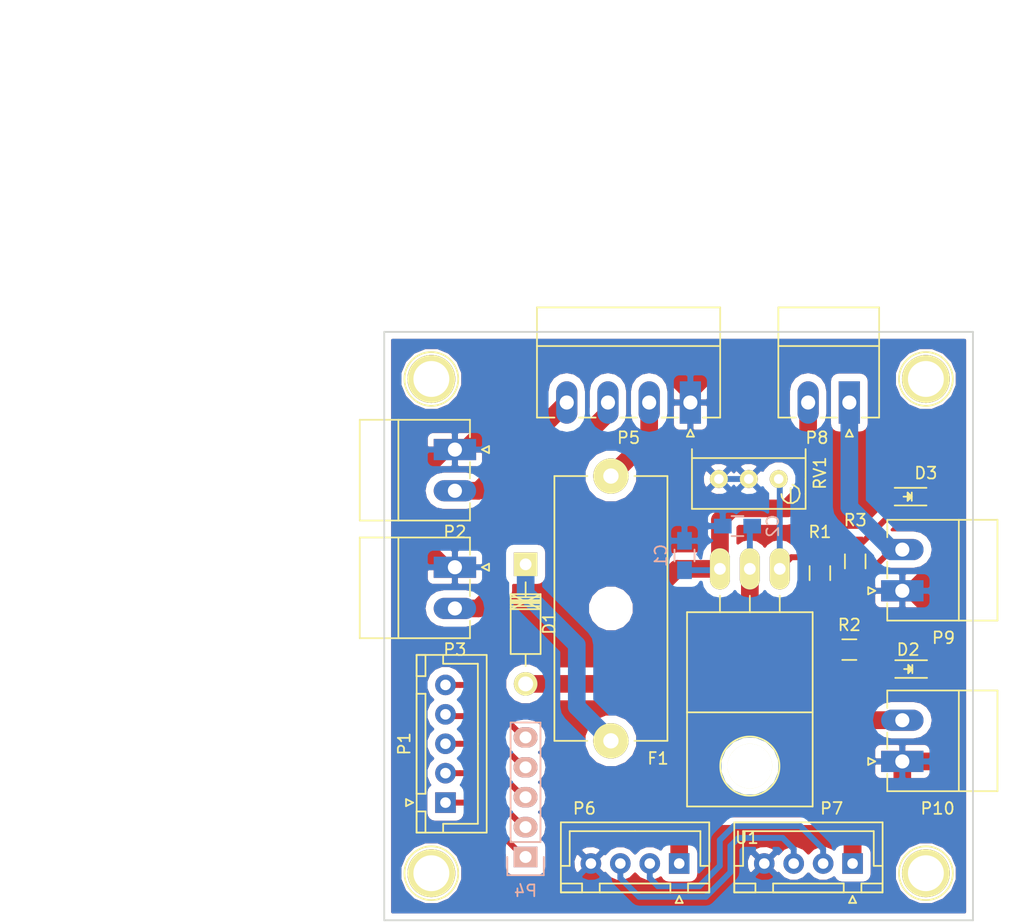
<source format=kicad_pcb>
(kicad_pcb (version 4) (host pcbnew 4.0.5)

  (general
    (links 38)
    (no_connects 0)
    (area 67.150001 22.3 155.175 100.675)
    (thickness 1.6)
    (drawings 6)
    (tracks 166)
    (zones 0)
    (modules 25)
    (nets 19)
  )

  (page A4)
  (layers
    (0 F.Cu signal)
    (31 B.Cu signal)
    (32 B.Adhes user)
    (33 F.Adhes user)
    (34 B.Paste user)
    (35 F.Paste user)
    (36 B.SilkS user)
    (37 F.SilkS user)
    (38 B.Mask user hide)
    (39 F.Mask user hide)
    (40 Dwgs.User user)
    (41 Cmts.User user)
    (42 Eco1.User user)
    (43 Eco2.User user)
    (44 Edge.Cuts user)
    (45 Margin user)
    (46 B.CrtYd user)
    (47 F.CrtYd user)
    (48 B.Fab user)
    (49 F.Fab user)
  )

  (setup
    (last_trace_width 0.25)
    (trace_clearance 0.2)
    (zone_clearance 0.508)
    (zone_45_only yes)
    (trace_min 0.2)
    (segment_width 0.2)
    (edge_width 0.15)
    (via_size 0.6)
    (via_drill 0.4)
    (via_min_size 0.4)
    (via_min_drill 0.3)
    (uvia_size 0.3)
    (uvia_drill 0.1)
    (uvias_allowed no)
    (uvia_min_size 0.2)
    (uvia_min_drill 0.1)
    (pcb_text_width 0.3)
    (pcb_text_size 1.5 1.5)
    (mod_edge_width 0.15)
    (mod_text_size 1 1)
    (mod_text_width 0.15)
    (pad_size 1.524 1.524)
    (pad_drill 0.762)
    (pad_to_mask_clearance 0.2)
    (aux_axis_origin 0 0)
    (visible_elements FFFFEF7F)
    (pcbplotparams
      (layerselection 0x00030_80000001)
      (usegerberextensions false)
      (excludeedgelayer true)
      (linewidth 0.100000)
      (plotframeref false)
      (viasonmask false)
      (mode 1)
      (useauxorigin false)
      (hpglpennumber 1)
      (hpglpenspeed 20)
      (hpglpendiameter 15)
      (hpglpenoverlay 2)
      (psnegative false)
      (psa4output false)
      (plotreference true)
      (plotvalue true)
      (plotinvisibletext false)
      (padsonsilk false)
      (subtractmaskfromsilk false)
      (outputformat 1)
      (mirror false)
      (drillshape 1)
      (scaleselection 1)
      (outputdirectory ""))
  )

  (net 0 "")
  (net 1 +9V)
  (net 2 CAN_L)
  (net 3 CAN_H)
  (net 4 GND)
  (net 5 "Net-(D1-Pad1)")
  (net 6 "Net-(D2-Pad2)")
  (net 7 "Net-(D3-Pad2)")
  (net 8 "Net-(F1-Pad2)")
  (net 9 "Net-(P1-Pad1)")
  (net 10 "Net-(P1-Pad2)")
  (net 11 "Net-(P1-Pad3)")
  (net 12 "Net-(P1-Pad4)")
  (net 13 "Net-(P1-Pad5)")
  (net 14 "Net-(P2-Pad2)")
  (net 15 "Net-(P3-Pad2)")
  (net 16 Non_régulé)
  (net 17 "Net-(R1-Pad2)")
  (net 18 "Net-(C1-Pad1)")

  (net_class Default "Ceci est la Netclass par défaut"
    (clearance 0.2)
    (trace_width 0.25)
    (via_dia 0.6)
    (via_drill 0.4)
    (uvia_dia 0.3)
    (uvia_drill 0.1)
  )

  (net_class DRC ""
    (clearance 0.65)
    (trace_width 0.5)
    (via_dia 0.6)
    (via_drill 0.4)
    (uvia_dia 0.3)
    (uvia_drill 0.1)
    (add_net +9V)
    (add_net GND)
    (add_net "Net-(C1-Pad1)")
    (add_net "Net-(D1-Pad1)")
    (add_net "Net-(D2-Pad2)")
    (add_net "Net-(D3-Pad2)")
    (add_net "Net-(F1-Pad2)")
    (add_net "Net-(P1-Pad1)")
    (add_net "Net-(P1-Pad2)")
    (add_net "Net-(P1-Pad3)")
    (add_net "Net-(P1-Pad4)")
    (add_net "Net-(P1-Pad5)")
    (add_net "Net-(P2-Pad2)")
    (add_net "Net-(P3-Pad2)")
    (add_net "Net-(R1-Pad2)")
    (add_net Non_régulé)
  )

  (net_class Interm ""
    (clearance 0.4)
    (trace_width 0.5)
    (via_dia 0.6)
    (via_drill 0.4)
    (uvia_dia 0.3)
    (uvia_drill 0.1)
    (add_net CAN_H)
    (add_net CAN_L)
  )

  (net_class PWR ""
    (clearance 0.8)
    (trace_width 1.5)
    (via_dia 0.6)
    (via_drill 0.4)
    (uvia_dia 0.3)
    (uvia_drill 0.1)
  )

  (module Connectors_JST:JST_XH_B04B-XH-A_04x2.50mm_Straight (layer F.Cu) (tedit 56F0715A) (tstamp 5893CD76)
    (at 139.775 95.175 180)
    (descr "JST XH series connector, B04B-XH-A, top entry type, through hole")
    (tags "connector jst xh tht top vertical 2.50mm")
    (path /5893CEA2)
    (fp_text reference P7 (at 1.775 4.675 180) (layer F.SilkS)
      (effects (font (size 1 1) (thickness 0.15)))
    )
    (fp_text value CAN_conn (at 5.275 -3.825 180) (layer F.Fab)
      (effects (font (size 1 1) (thickness 0.15)))
    )
    (fp_line (start -2.95 -2.85) (end -2.95 3.9) (layer F.CrtYd) (width 0.05))
    (fp_line (start -2.95 3.9) (end 10.4 3.9) (layer F.CrtYd) (width 0.05))
    (fp_line (start 10.4 3.9) (end 10.4 -2.85) (layer F.CrtYd) (width 0.05))
    (fp_line (start 10.4 -2.85) (end -2.95 -2.85) (layer F.CrtYd) (width 0.05))
    (fp_line (start -2.55 -2.45) (end -2.55 3.5) (layer F.SilkS) (width 0.15))
    (fp_line (start -2.55 3.5) (end 10.05 3.5) (layer F.SilkS) (width 0.15))
    (fp_line (start 10.05 3.5) (end 10.05 -2.45) (layer F.SilkS) (width 0.15))
    (fp_line (start 10.05 -2.45) (end -2.55 -2.45) (layer F.SilkS) (width 0.15))
    (fp_line (start 0.75 -2.45) (end 0.75 -1.7) (layer F.SilkS) (width 0.15))
    (fp_line (start 0.75 -1.7) (end 6.75 -1.7) (layer F.SilkS) (width 0.15))
    (fp_line (start 6.75 -1.7) (end 6.75 -2.45) (layer F.SilkS) (width 0.15))
    (fp_line (start 6.75 -2.45) (end 0.75 -2.45) (layer F.SilkS) (width 0.15))
    (fp_line (start -2.55 -2.45) (end -2.55 -1.7) (layer F.SilkS) (width 0.15))
    (fp_line (start -2.55 -1.7) (end -0.75 -1.7) (layer F.SilkS) (width 0.15))
    (fp_line (start -0.75 -1.7) (end -0.75 -2.45) (layer F.SilkS) (width 0.15))
    (fp_line (start -0.75 -2.45) (end -2.55 -2.45) (layer F.SilkS) (width 0.15))
    (fp_line (start 8.25 -2.45) (end 8.25 -1.7) (layer F.SilkS) (width 0.15))
    (fp_line (start 8.25 -1.7) (end 10.05 -1.7) (layer F.SilkS) (width 0.15))
    (fp_line (start 10.05 -1.7) (end 10.05 -2.45) (layer F.SilkS) (width 0.15))
    (fp_line (start 10.05 -2.45) (end 8.25 -2.45) (layer F.SilkS) (width 0.15))
    (fp_line (start -2.55 -0.2) (end -1.8 -0.2) (layer F.SilkS) (width 0.15))
    (fp_line (start -1.8 -0.2) (end -1.8 2.75) (layer F.SilkS) (width 0.15))
    (fp_line (start -1.8 2.75) (end 3.75 2.75) (layer F.SilkS) (width 0.15))
    (fp_line (start 10.05 -0.2) (end 9.3 -0.2) (layer F.SilkS) (width 0.15))
    (fp_line (start 9.3 -0.2) (end 9.3 2.75) (layer F.SilkS) (width 0.15))
    (fp_line (start 9.3 2.75) (end 3.75 2.75) (layer F.SilkS) (width 0.15))
    (fp_line (start 0 -2.75) (end -0.3 -3.35) (layer F.SilkS) (width 0.15))
    (fp_line (start -0.3 -3.35) (end 0.3 -3.35) (layer F.SilkS) (width 0.15))
    (fp_line (start 0.3 -3.35) (end 0 -2.75) (layer F.SilkS) (width 0.15))
    (pad 1 thru_hole rect (at 0 0 180) (size 1.75 1.75) (drill 0.9) (layers *.Cu *.Mask)
      (net 1 +9V))
    (pad 2 thru_hole circle (at 2.5 0 180) (size 1.75 1.75) (drill 0.9) (layers *.Cu *.Mask)
      (net 3 CAN_H))
    (pad 3 thru_hole circle (at 5 0 180) (size 1.75 1.75) (drill 0.9) (layers *.Cu *.Mask)
      (net 2 CAN_L))
    (pad 4 thru_hole circle (at 7.5 0 180) (size 1.75 1.75) (drill 0.9) (layers *.Cu *.Mask)
      (net 4 GND))
    (model Connectors_JST.3dshapes/JST_XH_B04B-XH-A_04x2.50mm_Straight.wrl
      (at (xyz 0 0 0))
      (scale (xyz 1 1 1))
      (rotate (xyz 0 0 0))
    )
  )

  (module Connectors_JST:JST_XH_B05B-XH-A_05x2.50mm_Straight (layer F.Cu) (tedit 56F0715A) (tstamp 5893B8F3)
    (at 105.2 90 90)
    (descr "JST XH series connector, B05B-XH-A, top entry type, through hole")
    (tags "connector jst xh tht top vertical 2.50mm")
    (path /588504BC)
    (fp_text reference P1 (at 5 -3.5 90) (layer F.SilkS)
      (effects (font (size 1 1) (thickness 0.15)))
    )
    (fp_text value Prise_Equilibrage (at -4.5 -2.7 180) (layer F.Fab)
      (effects (font (size 1 1) (thickness 0.15)))
    )
    (fp_line (start -2.95 -2.85) (end -2.95 3.9) (layer F.CrtYd) (width 0.05))
    (fp_line (start -2.95 3.9) (end 12.9 3.9) (layer F.CrtYd) (width 0.05))
    (fp_line (start 12.9 3.9) (end 12.9 -2.85) (layer F.CrtYd) (width 0.05))
    (fp_line (start 12.9 -2.85) (end -2.95 -2.85) (layer F.CrtYd) (width 0.05))
    (fp_line (start -2.55 -2.45) (end -2.55 3.5) (layer F.SilkS) (width 0.15))
    (fp_line (start -2.55 3.5) (end 12.55 3.5) (layer F.SilkS) (width 0.15))
    (fp_line (start 12.55 3.5) (end 12.55 -2.45) (layer F.SilkS) (width 0.15))
    (fp_line (start 12.55 -2.45) (end -2.55 -2.45) (layer F.SilkS) (width 0.15))
    (fp_line (start 0.75 -2.45) (end 0.75 -1.7) (layer F.SilkS) (width 0.15))
    (fp_line (start 0.75 -1.7) (end 9.25 -1.7) (layer F.SilkS) (width 0.15))
    (fp_line (start 9.25 -1.7) (end 9.25 -2.45) (layer F.SilkS) (width 0.15))
    (fp_line (start 9.25 -2.45) (end 0.75 -2.45) (layer F.SilkS) (width 0.15))
    (fp_line (start -2.55 -2.45) (end -2.55 -1.7) (layer F.SilkS) (width 0.15))
    (fp_line (start -2.55 -1.7) (end -0.75 -1.7) (layer F.SilkS) (width 0.15))
    (fp_line (start -0.75 -1.7) (end -0.75 -2.45) (layer F.SilkS) (width 0.15))
    (fp_line (start -0.75 -2.45) (end -2.55 -2.45) (layer F.SilkS) (width 0.15))
    (fp_line (start 10.75 -2.45) (end 10.75 -1.7) (layer F.SilkS) (width 0.15))
    (fp_line (start 10.75 -1.7) (end 12.55 -1.7) (layer F.SilkS) (width 0.15))
    (fp_line (start 12.55 -1.7) (end 12.55 -2.45) (layer F.SilkS) (width 0.15))
    (fp_line (start 12.55 -2.45) (end 10.75 -2.45) (layer F.SilkS) (width 0.15))
    (fp_line (start -2.55 -0.2) (end -1.8 -0.2) (layer F.SilkS) (width 0.15))
    (fp_line (start -1.8 -0.2) (end -1.8 2.75) (layer F.SilkS) (width 0.15))
    (fp_line (start -1.8 2.75) (end 5 2.75) (layer F.SilkS) (width 0.15))
    (fp_line (start 12.55 -0.2) (end 11.8 -0.2) (layer F.SilkS) (width 0.15))
    (fp_line (start 11.8 -0.2) (end 11.8 2.75) (layer F.SilkS) (width 0.15))
    (fp_line (start 11.8 2.75) (end 5 2.75) (layer F.SilkS) (width 0.15))
    (fp_line (start 0 -2.75) (end -0.3 -3.35) (layer F.SilkS) (width 0.15))
    (fp_line (start -0.3 -3.35) (end 0.3 -3.35) (layer F.SilkS) (width 0.15))
    (fp_line (start 0.3 -3.35) (end 0 -2.75) (layer F.SilkS) (width 0.15))
    (pad 1 thru_hole rect (at 0 0 90) (size 1.75 1.75) (drill 0.9) (layers *.Cu *.Mask)
      (net 9 "Net-(P1-Pad1)"))
    (pad 2 thru_hole circle (at 2.5 0 90) (size 1.75 1.75) (drill 0.9) (layers *.Cu *.Mask)
      (net 10 "Net-(P1-Pad2)"))
    (pad 3 thru_hole circle (at 5 0 90) (size 1.75 1.75) (drill 0.9) (layers *.Cu *.Mask)
      (net 11 "Net-(P1-Pad3)"))
    (pad 4 thru_hole circle (at 7.5 0 90) (size 1.75 1.75) (drill 0.9) (layers *.Cu *.Mask)
      (net 12 "Net-(P1-Pad4)"))
    (pad 5 thru_hole circle (at 10 0 90) (size 1.75 1.75) (drill 0.9) (layers *.Cu *.Mask)
      (net 13 "Net-(P1-Pad5)"))
    (model Connectors_JST.3dshapes/JST_XH_B05B-XH-A_05x2.50mm_Straight.wrl
      (at (xyz 0 0 0))
      (scale (xyz 1 1 1))
      (rotate (xyz 0 0 0))
    )
  )

  (module Capacitors_SMD:C_0805_HandSoldering (layer B.Cu) (tedit 541A9B8D) (tstamp 5893B8CB)
    (at 125.5 69 90)
    (descr "Capacitor SMD 0805, hand soldering")
    (tags "capacitor 0805")
    (path /588536AF)
    (attr smd)
    (fp_text reference C1 (at 0 -2 90) (layer B.SilkS)
      (effects (font (size 1 1) (thickness 0.15)) (justify mirror))
    )
    (fp_text value 10µ (at -3 0 180) (layer B.Fab)
      (effects (font (size 1 1) (thickness 0.15)) (justify mirror))
    )
    (fp_line (start -2.3 1) (end 2.3 1) (layer B.CrtYd) (width 0.05))
    (fp_line (start -2.3 -1) (end 2.3 -1) (layer B.CrtYd) (width 0.05))
    (fp_line (start -2.3 1) (end -2.3 -1) (layer B.CrtYd) (width 0.05))
    (fp_line (start 2.3 1) (end 2.3 -1) (layer B.CrtYd) (width 0.05))
    (fp_line (start 0.5 0.85) (end -0.5 0.85) (layer B.SilkS) (width 0.15))
    (fp_line (start -0.5 -0.85) (end 0.5 -0.85) (layer B.SilkS) (width 0.15))
    (pad 1 smd rect (at -1.25 0 90) (size 1.5 1.25) (layers B.Cu B.Paste B.Mask)
      (net 18 "Net-(C1-Pad1)"))
    (pad 2 smd rect (at 1.25 0 90) (size 1.5 1.25) (layers B.Cu B.Paste B.Mask)
      (net 4 GND))
    (model Capacitors_SMD.3dshapes/C_0805_HandSoldering.wrl
      (at (xyz 0 0 0))
      (scale (xyz 1 1 1))
      (rotate (xyz 0 0 0))
    )
  )

  (module Capacitors_SMD:C_0805_HandSoldering (layer B.Cu) (tedit 541A9B8D) (tstamp 5893B8D1)
    (at 130 66.5 180)
    (descr "Capacitor SMD 0805, hand soldering")
    (tags "capacitor 0805")
    (path /5892C9AC)
    (attr smd)
    (fp_text reference C2 (at -3 0 270) (layer B.SilkS)
      (effects (font (size 1 1) (thickness 0.15)) (justify mirror))
    )
    (fp_text value 10µ (at 0 2 180) (layer B.Fab)
      (effects (font (size 1 1) (thickness 0.15)) (justify mirror))
    )
    (fp_line (start -2.3 1) (end 2.3 1) (layer B.CrtYd) (width 0.05))
    (fp_line (start -2.3 -1) (end 2.3 -1) (layer B.CrtYd) (width 0.05))
    (fp_line (start -2.3 1) (end -2.3 -1) (layer B.CrtYd) (width 0.05))
    (fp_line (start 2.3 1) (end 2.3 -1) (layer B.CrtYd) (width 0.05))
    (fp_line (start 0.5 0.85) (end -0.5 0.85) (layer B.SilkS) (width 0.15))
    (fp_line (start -0.5 -0.85) (end 0.5 -0.85) (layer B.SilkS) (width 0.15))
    (pad 1 smd rect (at -1.25 0 180) (size 1.5 1.25) (layers B.Cu B.Paste B.Mask)
      (net 1 +9V))
    (pad 2 smd rect (at 1.25 0 180) (size 1.5 1.25) (layers B.Cu B.Paste B.Mask)
      (net 4 GND))
    (model Capacitors_SMD.3dshapes/C_0805_HandSoldering.wrl
      (at (xyz 0 0 0))
      (scale (xyz 1 1 1))
      (rotate (xyz 0 0 0))
    )
  )

  (module Diodes_ThroughHole:Diode_DO-41_SOD81_Horizontal_RM10 (layer F.Cu) (tedit 552FFCCE) (tstamp 5893B8D7)
    (at 112.00508 69.75 270)
    (descr "Diode, DO-41, SOD81, Horizontal, RM 10mm,")
    (tags "Diode, DO-41, SOD81, Horizontal, RM 10mm, 1N4007, SB140,")
    (path /58850ED1)
    (fp_text reference D1 (at 5 -2 270) (layer F.SilkS)
      (effects (font (size 1 1) (thickness 0.15)))
    )
    (fp_text value DiodeProtection (at 4.37134 -3.55854 270) (layer F.Fab)
      (effects (font (size 1 1) (thickness 0.15)))
    )
    (fp_line (start 7.62 -0.00254) (end 8.636 -0.00254) (layer F.SilkS) (width 0.15))
    (fp_line (start 2.794 -0.00254) (end 1.524 -0.00254) (layer F.SilkS) (width 0.15))
    (fp_line (start 3.048 -1.27254) (end 3.048 1.26746) (layer F.SilkS) (width 0.15))
    (fp_line (start 3.302 -1.27254) (end 3.302 1.26746) (layer F.SilkS) (width 0.15))
    (fp_line (start 3.556 -1.27254) (end 3.556 1.26746) (layer F.SilkS) (width 0.15))
    (fp_line (start 2.794 -1.27254) (end 2.794 1.26746) (layer F.SilkS) (width 0.15))
    (fp_line (start 3.81 -1.27254) (end 2.54 1.26746) (layer F.SilkS) (width 0.15))
    (fp_line (start 2.54 -1.27254) (end 3.81 1.26746) (layer F.SilkS) (width 0.15))
    (fp_line (start 3.81 -1.27254) (end 3.81 1.26746) (layer F.SilkS) (width 0.15))
    (fp_line (start 3.175 -1.27254) (end 3.175 1.26746) (layer F.SilkS) (width 0.15))
    (fp_line (start 2.54 1.26746) (end 2.54 -1.27254) (layer F.SilkS) (width 0.15))
    (fp_line (start 2.54 -1.27254) (end 7.62 -1.27254) (layer F.SilkS) (width 0.15))
    (fp_line (start 7.62 -1.27254) (end 7.62 1.26746) (layer F.SilkS) (width 0.15))
    (fp_line (start 7.62 1.26746) (end 2.54 1.26746) (layer F.SilkS) (width 0.15))
    (pad 2 thru_hole circle (at 10.16 -0.00254 90) (size 1.99898 1.99898) (drill 1.27) (layers *.Cu *.Mask F.SilkS)
      (net 18 "Net-(C1-Pad1)"))
    (pad 1 thru_hole rect (at 0 -0.00254 90) (size 1.99898 1.99898) (drill 1.00076) (layers *.Cu *.Mask F.SilkS)
      (net 5 "Net-(D1-Pad1)"))
  )

  (module LEDs:LED_0805 (layer F.Cu) (tedit 55BDE1C2) (tstamp 5893B8DD)
    (at 144.5 78.65 180)
    (descr "LED 0805 smd package")
    (tags "LED 0805 SMD")
    (path /5885E455)
    (attr smd)
    (fp_text reference D2 (at 0 1.65 180) (layer F.SilkS)
      (effects (font (size 1 1) (thickness 0.15)))
    )
    (fp_text value LED (at 0 -1.85 180) (layer F.Fab)
      (effects (font (size 1 1) (thickness 0.15)))
    )
    (fp_line (start -0.4 -0.3) (end -0.4 0.3) (layer F.Fab) (width 0.15))
    (fp_line (start -0.3 0) (end 0 -0.3) (layer F.Fab) (width 0.15))
    (fp_line (start 0 0.3) (end -0.3 0) (layer F.Fab) (width 0.15))
    (fp_line (start 0 -0.3) (end 0 0.3) (layer F.Fab) (width 0.15))
    (fp_line (start 1 -0.6) (end -1 -0.6) (layer F.Fab) (width 0.15))
    (fp_line (start 1 0.6) (end 1 -0.6) (layer F.Fab) (width 0.15))
    (fp_line (start -1 0.6) (end 1 0.6) (layer F.Fab) (width 0.15))
    (fp_line (start -1 -0.6) (end -1 0.6) (layer F.Fab) (width 0.15))
    (fp_line (start -1.6 0.75) (end 1.1 0.75) (layer F.SilkS) (width 0.15))
    (fp_line (start -1.6 -0.75) (end 1.1 -0.75) (layer F.SilkS) (width 0.15))
    (fp_line (start -0.1 0.15) (end -0.1 -0.1) (layer F.SilkS) (width 0.15))
    (fp_line (start -0.1 -0.1) (end -0.25 0.05) (layer F.SilkS) (width 0.15))
    (fp_line (start -0.35 -0.35) (end -0.35 0.35) (layer F.SilkS) (width 0.15))
    (fp_line (start 0 0) (end 0.35 0) (layer F.SilkS) (width 0.15))
    (fp_line (start -0.35 0) (end 0 -0.35) (layer F.SilkS) (width 0.15))
    (fp_line (start 0 -0.35) (end 0 0.35) (layer F.SilkS) (width 0.15))
    (fp_line (start 0 0.35) (end -0.35 0) (layer F.SilkS) (width 0.15))
    (fp_line (start 1.9 -0.95) (end 1.9 0.95) (layer F.CrtYd) (width 0.05))
    (fp_line (start 1.9 0.95) (end -1.9 0.95) (layer F.CrtYd) (width 0.05))
    (fp_line (start -1.9 0.95) (end -1.9 -0.95) (layer F.CrtYd) (width 0.05))
    (fp_line (start -1.9 -0.95) (end 1.9 -0.95) (layer F.CrtYd) (width 0.05))
    (pad 2 smd rect (at 1.04902 0) (size 1.19888 1.19888) (layers F.Cu F.Paste F.Mask)
      (net 6 "Net-(D2-Pad2)"))
    (pad 1 smd rect (at -1.04902 0) (size 1.19888 1.19888) (layers F.Cu F.Paste F.Mask)
      (net 4 GND))
    (model LEDs.3dshapes/LED_0805.wrl
      (at (xyz 0 0 0))
      (scale (xyz 1 1 1))
      (rotate (xyz 0 0 0))
    )
  )

  (module LEDs:LED_0805 (layer F.Cu) (tedit 55BDE1C2) (tstamp 5893B8E3)
    (at 144.45098 64 180)
    (descr "LED 0805 smd package")
    (tags "LED 0805 SMD")
    (path /5885F579)
    (attr smd)
    (fp_text reference D3 (at -1.54902 2 180) (layer F.SilkS)
      (effects (font (size 1 1) (thickness 0.15)))
    )
    (fp_text value LED (at 0.95098 2 180) (layer F.Fab)
      (effects (font (size 1 1) (thickness 0.15)))
    )
    (fp_line (start -0.4 -0.3) (end -0.4 0.3) (layer F.Fab) (width 0.15))
    (fp_line (start -0.3 0) (end 0 -0.3) (layer F.Fab) (width 0.15))
    (fp_line (start 0 0.3) (end -0.3 0) (layer F.Fab) (width 0.15))
    (fp_line (start 0 -0.3) (end 0 0.3) (layer F.Fab) (width 0.15))
    (fp_line (start 1 -0.6) (end -1 -0.6) (layer F.Fab) (width 0.15))
    (fp_line (start 1 0.6) (end 1 -0.6) (layer F.Fab) (width 0.15))
    (fp_line (start -1 0.6) (end 1 0.6) (layer F.Fab) (width 0.15))
    (fp_line (start -1 -0.6) (end -1 0.6) (layer F.Fab) (width 0.15))
    (fp_line (start -1.6 0.75) (end 1.1 0.75) (layer F.SilkS) (width 0.15))
    (fp_line (start -1.6 -0.75) (end 1.1 -0.75) (layer F.SilkS) (width 0.15))
    (fp_line (start -0.1 0.15) (end -0.1 -0.1) (layer F.SilkS) (width 0.15))
    (fp_line (start -0.1 -0.1) (end -0.25 0.05) (layer F.SilkS) (width 0.15))
    (fp_line (start -0.35 -0.35) (end -0.35 0.35) (layer F.SilkS) (width 0.15))
    (fp_line (start 0 0) (end 0.35 0) (layer F.SilkS) (width 0.15))
    (fp_line (start -0.35 0) (end 0 -0.35) (layer F.SilkS) (width 0.15))
    (fp_line (start 0 -0.35) (end 0 0.35) (layer F.SilkS) (width 0.15))
    (fp_line (start 0 0.35) (end -0.35 0) (layer F.SilkS) (width 0.15))
    (fp_line (start 1.9 -0.95) (end 1.9 0.95) (layer F.CrtYd) (width 0.05))
    (fp_line (start 1.9 0.95) (end -1.9 0.95) (layer F.CrtYd) (width 0.05))
    (fp_line (start -1.9 0.95) (end -1.9 -0.95) (layer F.CrtYd) (width 0.05))
    (fp_line (start -1.9 -0.95) (end 1.9 -0.95) (layer F.CrtYd) (width 0.05))
    (pad 2 smd rect (at 1.04902 0) (size 1.19888 1.19888) (layers F.Cu F.Paste F.Mask)
      (net 7 "Net-(D3-Pad2)"))
    (pad 1 smd rect (at -1.04902 0) (size 1.19888 1.19888) (layers F.Cu F.Paste F.Mask)
      (net 4 GND))
    (model LEDs.3dshapes/LED_0805.wrl
      (at (xyz 0 0 0))
      (scale (xyz 1 1 1))
      (rotate (xyz 0 0 0))
    )
  )

  (module Fuse_Holders_and_Fuses:Fuseholder5x20_horiz_open_Schurter_0031_8201 (layer F.Cu) (tedit 56B65074) (tstamp 5893B8EA)
    (at 119.25 84.75 90)
    (descr http://www.schurter.com/var/schurter/storage/ilcatalogue/files/document/datasheet/en/pdf/typ_OGN.pdf)
    (tags "Fuseholder horizontal open 5x20 Schurter 0031.8201")
    (path /58850B71)
    (fp_text reference F1 (at -1.5 4 180) (layer F.SilkS)
      (effects (font (size 1 1) (thickness 0.15)))
    )
    (fp_text value Fuse (at 3 0 180) (layer F.Fab)
      (effects (font (size 1 1) (thickness 0.15)))
    )
    (fp_arc (start 22.5 0) (end 22.75 -1.95) (angle 165.3) (layer F.CrtYd) (width 0.05))
    (fp_arc (start 0 0) (end -0.25 1.95) (angle 165.3) (layer F.CrtYd) (width 0.05))
    (fp_line (start -0.25 5.05) (end -0.25 1.95) (layer F.CrtYd) (width 0.05))
    (fp_line (start 22.5 4.8) (end 22.5 2) (layer F.SilkS) (width 0.15))
    (fp_line (start 22.5 -2) (end 22.5 -4.8) (layer F.SilkS) (width 0.15))
    (fp_line (start 0 -2) (end 0 -4.8) (layer F.SilkS) (width 0.15))
    (fp_line (start 0 -4.8) (end 22.5 -4.8) (layer F.SilkS) (width 0.15))
    (fp_line (start 22.75 5.05) (end -0.25 5.05) (layer F.CrtYd) (width 0.05))
    (fp_line (start -0.25 -5.05) (end 22.75 -5.05) (layer F.CrtYd) (width 0.05))
    (fp_line (start 0 4.8) (end 22.5 4.8) (layer F.SilkS) (width 0.15))
    (fp_line (start -0.25 -1.95) (end -0.25 -5.05) (layer F.CrtYd) (width 0.05))
    (fp_line (start 22.75 -1.95) (end 22.75 -5.05) (layer F.CrtYd) (width 0.05))
    (fp_line (start 22.75 1.95) (end 22.75 5.05) (layer F.CrtYd) (width 0.05))
    (fp_line (start 0 4.8) (end 0 2) (layer F.SilkS) (width 0.15))
    (pad 1 thru_hole circle (at 0 0 90) (size 3 3) (drill 1.3) (layers *.Cu *.Mask F.SilkS)
      (net 5 "Net-(D1-Pad1)"))
    (pad 2 thru_hole circle (at 22.5 0 90) (size 3 3) (drill 1.3) (layers *.Cu *.Mask F.SilkS)
      (net 8 "Net-(F1-Pad2)"))
    (pad "" np_thru_hole circle (at 11.25 0 90) (size 2.7 2.7) (drill 2.7) (layers *.Cu *.Mask))
  )

  (module Pin_Headers:Pin_Header_Straight_1x05 (layer B.Cu) (tedit 54EA0684) (tstamp 5893B90C)
    (at 112 94.62)
    (descr "Through hole pin header")
    (tags "pin header")
    (path /5885D035)
    (fp_text reference P4 (at 0 2.88) (layer B.SilkS)
      (effects (font (size 1 1) (thickness 0.15)) (justify mirror))
    )
    (fp_text value ConnecteurBippeur (at 3 -4.62 90) (layer B.Fab)
      (effects (font (size 1 1) (thickness 0.15)) (justify mirror))
    )
    (fp_line (start -1.55 0) (end -1.55 1.55) (layer B.SilkS) (width 0.15))
    (fp_line (start -1.55 1.55) (end 1.55 1.55) (layer B.SilkS) (width 0.15))
    (fp_line (start 1.55 1.55) (end 1.55 0) (layer B.SilkS) (width 0.15))
    (fp_line (start -1.75 1.75) (end -1.75 -11.95) (layer B.CrtYd) (width 0.05))
    (fp_line (start 1.75 1.75) (end 1.75 -11.95) (layer B.CrtYd) (width 0.05))
    (fp_line (start -1.75 1.75) (end 1.75 1.75) (layer B.CrtYd) (width 0.05))
    (fp_line (start -1.75 -11.95) (end 1.75 -11.95) (layer B.CrtYd) (width 0.05))
    (fp_line (start 1.27 -1.27) (end 1.27 -11.43) (layer B.SilkS) (width 0.15))
    (fp_line (start 1.27 -11.43) (end -1.27 -11.43) (layer B.SilkS) (width 0.15))
    (fp_line (start -1.27 -11.43) (end -1.27 -1.27) (layer B.SilkS) (width 0.15))
    (fp_line (start 1.27 -1.27) (end -1.27 -1.27) (layer B.SilkS) (width 0.15))
    (pad 1 thru_hole rect (at 0 0) (size 2.032 1.7272) (drill 1.016) (layers *.Cu *.Mask B.SilkS)
      (net 9 "Net-(P1-Pad1)"))
    (pad 2 thru_hole oval (at 0 -2.54) (size 2.032 1.7272) (drill 1.016) (layers *.Cu *.Mask B.SilkS)
      (net 10 "Net-(P1-Pad2)"))
    (pad 3 thru_hole oval (at 0 -5.08) (size 2.032 1.7272) (drill 1.016) (layers *.Cu *.Mask B.SilkS)
      (net 11 "Net-(P1-Pad3)"))
    (pad 4 thru_hole oval (at 0 -7.62) (size 2.032 1.7272) (drill 1.016) (layers *.Cu *.Mask B.SilkS)
      (net 12 "Net-(P1-Pad4)"))
    (pad 5 thru_hole oval (at 0 -10.16) (size 2.032 1.7272) (drill 1.016) (layers *.Cu *.Mask B.SilkS)
      (net 13 "Net-(P1-Pad5)"))
    (model Pin_Headers.3dshapes/Pin_Header_Straight_1x05.wrl
      (at (xyz 0 -0.2 0))
      (scale (xyz 1 1 1))
      (rotate (xyz 0 0 90))
    )
  )

  (module Resistors_SMD:R_0805_HandSoldering (layer F.Cu) (tedit 54189DEE) (tstamp 5893B93A)
    (at 139.5 77)
    (descr "Resistor SMD 0805, hand soldering")
    (tags "resistor 0805")
    (path /5885E44F)
    (attr smd)
    (fp_text reference R2 (at 0 -2.1) (layer F.SilkS)
      (effects (font (size 1 1) (thickness 0.15)))
    )
    (fp_text value R (at 1 2.1) (layer F.Fab)
      (effects (font (size 1 1) (thickness 0.15)))
    )
    (fp_line (start -2.4 -1) (end 2.4 -1) (layer F.CrtYd) (width 0.05))
    (fp_line (start -2.4 1) (end 2.4 1) (layer F.CrtYd) (width 0.05))
    (fp_line (start -2.4 -1) (end -2.4 1) (layer F.CrtYd) (width 0.05))
    (fp_line (start 2.4 -1) (end 2.4 1) (layer F.CrtYd) (width 0.05))
    (fp_line (start 0.6 0.875) (end -0.6 0.875) (layer F.SilkS) (width 0.15))
    (fp_line (start -0.6 -0.875) (end 0.6 -0.875) (layer F.SilkS) (width 0.15))
    (pad 1 smd rect (at -1.35 0) (size 1.5 1.3) (layers F.Cu F.Paste F.Mask)
      (net 1 +9V))
    (pad 2 smd rect (at 1.35 0) (size 1.5 1.3) (layers F.Cu F.Paste F.Mask)
      (net 6 "Net-(D2-Pad2)"))
    (model Resistors_SMD.3dshapes/R_0805_HandSoldering.wrl
      (at (xyz 0 0 0))
      (scale (xyz 1 1 1))
      (rotate (xyz 0 0 0))
    )
  )

  (module Resistors_SMD:R_0805_HandSoldering (layer F.Cu) (tedit 54189DEE) (tstamp 5893B940)
    (at 140 69.5 90)
    (descr "Resistor SMD 0805, hand soldering")
    (tags "resistor 0805")
    (path /5885F573)
    (attr smd)
    (fp_text reference R3 (at 3.5 0 180) (layer F.SilkS)
      (effects (font (size 1 1) (thickness 0.15)))
    )
    (fp_text value R (at -0.15 2.15 90) (layer F.Fab)
      (effects (font (size 1 1) (thickness 0.15)))
    )
    (fp_line (start -2.4 -1) (end 2.4 -1) (layer F.CrtYd) (width 0.05))
    (fp_line (start -2.4 1) (end 2.4 1) (layer F.CrtYd) (width 0.05))
    (fp_line (start -2.4 -1) (end -2.4 1) (layer F.CrtYd) (width 0.05))
    (fp_line (start 2.4 -1) (end 2.4 1) (layer F.CrtYd) (width 0.05))
    (fp_line (start 0.6 0.875) (end -0.6 0.875) (layer F.SilkS) (width 0.15))
    (fp_line (start -0.6 -0.875) (end 0.6 -0.875) (layer F.SilkS) (width 0.15))
    (pad 1 smd rect (at -1.35 0 90) (size 1.5 1.3) (layers F.Cu F.Paste F.Mask)
      (net 16 Non_régulé))
    (pad 2 smd rect (at 1.35 0 90) (size 1.5 1.3) (layers F.Cu F.Paste F.Mask)
      (net 7 "Net-(D3-Pad2)"))
    (model Resistors_SMD.3dshapes/R_0805_HandSoldering.wrl
      (at (xyz 0 0 0))
      (scale (xyz 1 1 1))
      (rotate (xyz 0 0 0))
    )
  )

  (module Potentiometers:Potentiometer_Bourns_3296W_3-8Zoll_Inline_ScrewUp (layer F.Cu) (tedit 54130B3D) (tstamp 5893BB99)
    (at 133.5 62.5 90)
    (descr "3296, 3/8, Square, Trimpot, Trimming, Potentiometer, Bourns")
    (tags "3296, 3/8, Square, Trimpot, Trimming, Potentiometer, Bourns")
    (path /5892CBB9)
    (fp_text reference RV1 (at 0.5 3.5 90) (layer F.SilkS)
      (effects (font (size 1 1) (thickness 0.15)))
    )
    (fp_text value POT (at -0.5 -8.5 90) (layer F.Fab)
      (effects (font (size 1 1) (thickness 0.15)))
    )
    (fp_line (start -2.032 1.016) (end -0.762 1.016) (layer F.SilkS) (width 0.15))
    (fp_line (start -1.2827 0.2286) (end -1.5367 0.2667) (layer F.SilkS) (width 0.15))
    (fp_line (start -1.5367 0.2667) (end -1.8161 0.4445) (layer F.SilkS) (width 0.15))
    (fp_line (start -1.8161 0.4445) (end -2.032 0.762) (layer F.SilkS) (width 0.15))
    (fp_line (start -2.032 0.762) (end -2.0447 1.2065) (layer F.SilkS) (width 0.15))
    (fp_line (start -2.0447 1.2065) (end -1.8415 1.5621) (layer F.SilkS) (width 0.15))
    (fp_line (start -1.8415 1.5621) (end -1.5494 1.7399) (layer F.SilkS) (width 0.15))
    (fp_line (start -1.5494 1.7399) (end -1.2319 1.7907) (layer F.SilkS) (width 0.15))
    (fp_line (start -1.2319 1.7907) (end -0.8255 1.6891) (layer F.SilkS) (width 0.15))
    (fp_line (start -0.8255 1.6891) (end -0.5715 1.3462) (layer F.SilkS) (width 0.15))
    (fp_line (start -0.5715 1.3462) (end -0.4826 1.1684) (layer F.SilkS) (width 0.15))
    (fp_line (start 1.778 -7.366) (end 1.778 2.286) (layer F.SilkS) (width 0.15))
    (fp_line (start -1.27 2.286) (end -2.54 2.286) (layer F.SilkS) (width 0.15))
    (fp_line (start -2.54 2.286) (end -2.54 -7.366) (layer F.SilkS) (width 0.15))
    (fp_line (start -2.54 -7.366) (end 2.54 -7.366) (layer F.SilkS) (width 0.15))
    (fp_line (start 2.54 2.286) (end 0 2.286) (layer F.SilkS) (width 0.15))
    (fp_line (start 0 2.286) (end -1.27 2.286) (layer F.SilkS) (width 0.15))
    (pad 2 thru_hole circle (at 0 -2.54 90) (size 1.524 1.524) (drill 0.8128) (layers *.Cu *.Mask F.SilkS)
      (net 4 GND))
    (pad 3 thru_hole circle (at 0 -5.08 90) (size 1.524 1.524) (drill 0.8128) (layers *.Cu *.Mask F.SilkS)
      (net 4 GND))
    (pad 1 thru_hole circle (at 0 0 90) (size 1.524 1.524) (drill 0.8128) (layers *.Cu *.Mask F.SilkS)
      (net 17 "Net-(R1-Pad2)"))
    (model Potentiometers.3dshapes/Potentiometer_Bourns_3296W_3-8Zoll_Inline_ScrewUp.wrl
      (at (xyz 0 0 0))
      (scale (xyz 1 1 1))
      (rotate (xyz 0 0 0))
    )
  )

  (module TO_SOT_Packages_THT:TO-220_Neutral123_Horizontal_LargePads (layer F.Cu) (tedit 0) (tstamp 5893C3CD)
    (at 131.05 70.136 180)
    (descr "TO-220, Neutral, Horizontal, Large Pads,")
    (tags "TO-220, Neutral, Horizontal, Large Pads,")
    (path /58851065)
    (fp_text reference U1 (at 0.24892 -22.84984 180) (layer F.SilkS)
      (effects (font (size 1 1) (thickness 0.15)))
    )
    (fp_text value LD1084V (at 0.05 -9.864 180) (layer F.Fab)
      (effects (font (size 1 1) (thickness 0.15)))
    )
    (fp_line (start -2.54 -3.683) (end -2.54 -2.286) (layer F.SilkS) (width 0.15))
    (fp_line (start 0 -3.683) (end 0 -2.286) (layer F.SilkS) (width 0.15))
    (fp_line (start 2.54 -3.683) (end 2.54 -2.286) (layer F.SilkS) (width 0.15))
    (fp_circle (center 0 -16.764) (end 1.778 -14.986) (layer F.SilkS) (width 0.15))
    (fp_line (start 5.334 -12.192) (end 5.334 -20.193) (layer F.SilkS) (width 0.15))
    (fp_line (start 5.334 -20.193) (end -5.334 -20.193) (layer F.SilkS) (width 0.15))
    (fp_line (start -5.334 -20.193) (end -5.334 -12.192) (layer F.SilkS) (width 0.15))
    (fp_line (start 5.334 -3.683) (end 5.334 -12.192) (layer F.SilkS) (width 0.15))
    (fp_line (start 5.334 -12.192) (end -5.334 -12.192) (layer F.SilkS) (width 0.15))
    (fp_line (start -5.334 -12.192) (end -5.334 -3.683) (layer F.SilkS) (width 0.15))
    (fp_line (start 0 -3.683) (end -5.334 -3.683) (layer F.SilkS) (width 0.15))
    (fp_line (start 0 -3.683) (end 5.334 -3.683) (layer F.SilkS) (width 0.15))
    (pad 2 thru_hole oval (at 0 0 270) (size 3.50012 1.69926) (drill 1.00076) (layers *.Cu *.Mask F.SilkS)
      (net 1 +9V))
    (pad 1 thru_hole oval (at -2.54 0 270) (size 3.50012 1.69926) (drill 1.00076) (layers *.Cu *.Mask F.SilkS)
      (net 17 "Net-(R1-Pad2)"))
    (pad 3 thru_hole oval (at 2.54 0 270) (size 3.50012 1.69926) (drill 1.00076) (layers *.Cu *.Mask F.SilkS)
      (net 18 "Net-(C1-Pad1)"))
    (pad "" np_thru_hole circle (at 0 -16.764 270) (size 3.79984 3.79984) (drill 3.79984) (layers *.Cu *.Mask F.SilkS))
    (model TO_SOT_Packages_THT.3dshapes/TO-220_Neutral123_Horizontal_LargePads.wrl
      (at (xyz 0 0 0))
      (scale (xyz 0.3937 0.3937 0.3937))
      (rotate (xyz 0 0 0))
    )
  )

  (module Resistors_SMD:R_0805_HandSoldering (layer F.Cu) (tedit 54189DEE) (tstamp 5893C916)
    (at 137 70.5 90)
    (descr "Resistor SMD 0805, hand soldering")
    (tags "resistor 0805")
    (path /58853777)
    (attr smd)
    (fp_text reference R1 (at 3.5 0 180) (layer F.SilkS)
      (effects (font (size 1 1) (thickness 0.15)))
    )
    (fp_text value 120 (at -2.5 -2 90) (layer F.Fab)
      (effects (font (size 1 1) (thickness 0.15)))
    )
    (fp_line (start -2.4 -1) (end 2.4 -1) (layer F.CrtYd) (width 0.05))
    (fp_line (start -2.4 1) (end 2.4 1) (layer F.CrtYd) (width 0.05))
    (fp_line (start -2.4 -1) (end -2.4 1) (layer F.CrtYd) (width 0.05))
    (fp_line (start 2.4 -1) (end 2.4 1) (layer F.CrtYd) (width 0.05))
    (fp_line (start 0.6 0.875) (end -0.6 0.875) (layer F.SilkS) (width 0.15))
    (fp_line (start -0.6 -0.875) (end 0.6 -0.875) (layer F.SilkS) (width 0.15))
    (pad 1 smd rect (at -1.35 0 90) (size 1.5 1.3) (layers F.Cu F.Paste F.Mask)
      (net 1 +9V))
    (pad 2 smd rect (at 1.35 0 90) (size 1.5 1.3) (layers F.Cu F.Paste F.Mask)
      (net 17 "Net-(R1-Pad2)"))
    (model Resistors_SMD.3dshapes/R_0805_HandSoldering.wrl
      (at (xyz 0 0 0))
      (scale (xyz 1 1 1))
      (rotate (xyz 0 0 0))
    )
  )

  (module Connectors_JST:JST_XH_B04B-XH-A_04x2.50mm_Straight (layer F.Cu) (tedit 56F0715A) (tstamp 5893CD6E)
    (at 125.05 95.175 180)
    (descr "JST XH series connector, B04B-XH-A, top entry type, through hole")
    (tags "connector jst xh tht top vertical 2.50mm")
    (path /5893CFB7)
    (fp_text reference P6 (at 8.05 4.675 180) (layer F.SilkS)
      (effects (font (size 1 1) (thickness 0.15)))
    )
    (fp_text value CAN_conn (at 5.05 -3.825 180) (layer F.Fab)
      (effects (font (size 1 1) (thickness 0.15)))
    )
    (fp_line (start -2.95 -2.85) (end -2.95 3.9) (layer F.CrtYd) (width 0.05))
    (fp_line (start -2.95 3.9) (end 10.4 3.9) (layer F.CrtYd) (width 0.05))
    (fp_line (start 10.4 3.9) (end 10.4 -2.85) (layer F.CrtYd) (width 0.05))
    (fp_line (start 10.4 -2.85) (end -2.95 -2.85) (layer F.CrtYd) (width 0.05))
    (fp_line (start -2.55 -2.45) (end -2.55 3.5) (layer F.SilkS) (width 0.15))
    (fp_line (start -2.55 3.5) (end 10.05 3.5) (layer F.SilkS) (width 0.15))
    (fp_line (start 10.05 3.5) (end 10.05 -2.45) (layer F.SilkS) (width 0.15))
    (fp_line (start 10.05 -2.45) (end -2.55 -2.45) (layer F.SilkS) (width 0.15))
    (fp_line (start 0.75 -2.45) (end 0.75 -1.7) (layer F.SilkS) (width 0.15))
    (fp_line (start 0.75 -1.7) (end 6.75 -1.7) (layer F.SilkS) (width 0.15))
    (fp_line (start 6.75 -1.7) (end 6.75 -2.45) (layer F.SilkS) (width 0.15))
    (fp_line (start 6.75 -2.45) (end 0.75 -2.45) (layer F.SilkS) (width 0.15))
    (fp_line (start -2.55 -2.45) (end -2.55 -1.7) (layer F.SilkS) (width 0.15))
    (fp_line (start -2.55 -1.7) (end -0.75 -1.7) (layer F.SilkS) (width 0.15))
    (fp_line (start -0.75 -1.7) (end -0.75 -2.45) (layer F.SilkS) (width 0.15))
    (fp_line (start -0.75 -2.45) (end -2.55 -2.45) (layer F.SilkS) (width 0.15))
    (fp_line (start 8.25 -2.45) (end 8.25 -1.7) (layer F.SilkS) (width 0.15))
    (fp_line (start 8.25 -1.7) (end 10.05 -1.7) (layer F.SilkS) (width 0.15))
    (fp_line (start 10.05 -1.7) (end 10.05 -2.45) (layer F.SilkS) (width 0.15))
    (fp_line (start 10.05 -2.45) (end 8.25 -2.45) (layer F.SilkS) (width 0.15))
    (fp_line (start -2.55 -0.2) (end -1.8 -0.2) (layer F.SilkS) (width 0.15))
    (fp_line (start -1.8 -0.2) (end -1.8 2.75) (layer F.SilkS) (width 0.15))
    (fp_line (start -1.8 2.75) (end 3.75 2.75) (layer F.SilkS) (width 0.15))
    (fp_line (start 10.05 -0.2) (end 9.3 -0.2) (layer F.SilkS) (width 0.15))
    (fp_line (start 9.3 -0.2) (end 9.3 2.75) (layer F.SilkS) (width 0.15))
    (fp_line (start 9.3 2.75) (end 3.75 2.75) (layer F.SilkS) (width 0.15))
    (fp_line (start 0 -2.75) (end -0.3 -3.35) (layer F.SilkS) (width 0.15))
    (fp_line (start -0.3 -3.35) (end 0.3 -3.35) (layer F.SilkS) (width 0.15))
    (fp_line (start 0.3 -3.35) (end 0 -2.75) (layer F.SilkS) (width 0.15))
    (pad 1 thru_hole rect (at 0 0 180) (size 1.75 1.75) (drill 0.9) (layers *.Cu *.Mask)
      (net 1 +9V))
    (pad 2 thru_hole circle (at 2.5 0 180) (size 1.75 1.75) (drill 0.9) (layers *.Cu *.Mask)
      (net 3 CAN_H))
    (pad 3 thru_hole circle (at 5 0 180) (size 1.75 1.75) (drill 0.9) (layers *.Cu *.Mask)
      (net 2 CAN_L))
    (pad 4 thru_hole circle (at 7.5 0 180) (size 1.75 1.75) (drill 0.9) (layers *.Cu *.Mask)
      (net 4 GND))
    (model Connectors_JST.3dshapes/JST_XH_B04B-XH-A_04x2.50mm_Straight.wrl
      (at (xyz 0 0 0))
      (scale (xyz 1 1 1))
      (rotate (xyz 0 0 0))
    )
  )

  (module Connectors_Phoenix:PhoenixContact_MC-G_02x3.50mm_Angled (layer F.Cu) (tedit 5797DB13) (tstamp 5898F1F9)
    (at 106 60 270)
    (descr "Generic Phoenix Contact connector footprint for series: MC-G; number of pins: 02; pin pitch: 3.50mm; Angled || order number: 1844210 8A 160V")
    (tags "phoenix_contact connector MC_01x02_G_3.5mm")
    (path /589291D5)
    (fp_text reference P2 (at 7 0 360) (layer F.SilkS)
      (effects (font (size 1 1) (thickness 0.15)))
    )
    (fp_text value Prise_Alim (at 1.75 9.5 270) (layer F.Fab)
      (effects (font (size 1 1) (thickness 0.15)))
    )
    (fp_line (start -2.53 -1.28) (end -2.53 8.08) (layer F.SilkS) (width 0.15))
    (fp_line (start -2.53 8.08) (end 6.03 8.08) (layer F.SilkS) (width 0.15))
    (fp_line (start 6.03 8.08) (end 6.03 -1.28) (layer F.SilkS) (width 0.15))
    (fp_line (start -2.53 -1.28) (end -1.05 -1.28) (layer F.SilkS) (width 0.15))
    (fp_line (start 6.03 -1.28) (end 4.55 -1.28) (layer F.SilkS) (width 0.15))
    (fp_line (start 1.05 -1.28) (end 2.45 -1.28) (layer F.SilkS) (width 0.15))
    (fp_line (start -2.53 4.8) (end 6.03 4.8) (layer F.SilkS) (width 0.15))
    (fp_line (start -3.05 -2.3) (end -3.05 8.5) (layer F.CrtYd) (width 0.05))
    (fp_line (start -3.05 8.5) (end 6.45 8.5) (layer F.CrtYd) (width 0.05))
    (fp_line (start 6.45 8.5) (end 6.45 -2.3) (layer F.CrtYd) (width 0.05))
    (fp_line (start 6.45 -2.3) (end -3.05 -2.3) (layer F.CrtYd) (width 0.05))
    (fp_line (start 0 -2.3) (end 0.3 -2.9) (layer F.SilkS) (width 0.15))
    (fp_line (start 0.3 -2.9) (end -0.3 -2.9) (layer F.SilkS) (width 0.15))
    (fp_line (start -0.3 -2.9) (end 0 -2.3) (layer F.SilkS) (width 0.15))
    (pad 1 thru_hole rect (at 0 0 270) (size 1.8 3.6) (drill 1.2) (layers *.Cu *.Mask)
      (net 4 GND))
    (pad 2 thru_hole oval (at 3.5 0 270) (size 1.8 3.6) (drill 1.2) (layers *.Cu *.Mask)
      (net 14 "Net-(P2-Pad2)"))
    (model Connectors_Phoenix.3dshapes/PhoenixContact_MC-G_02x3.50mm_Angled.wrl
      (at (xyz 0 0 0))
      (scale (xyz 1 1 1))
      (rotate (xyz 0 0 0))
    )
  )

  (module Connectors_Phoenix:PhoenixContact_MC-G_02x3.50mm_Angled (layer F.Cu) (tedit 5797DB13) (tstamp 5898F1FE)
    (at 106 70 270)
    (descr "Generic Phoenix Contact connector footprint for series: MC-G; number of pins: 02; pin pitch: 3.50mm; Angled || order number: 1844210 8A 160V")
    (tags "phoenix_contact connector MC_01x02_G_3.5mm")
    (path /588506F6)
    (fp_text reference P3 (at 7 0 360) (layer F.SilkS)
      (effects (font (size 1 1) (thickness 0.15)))
    )
    (fp_text value Prise_Batterie (at 1.75 9.5 270) (layer F.Fab)
      (effects (font (size 1 1) (thickness 0.15)))
    )
    (fp_line (start -2.53 -1.28) (end -2.53 8.08) (layer F.SilkS) (width 0.15))
    (fp_line (start -2.53 8.08) (end 6.03 8.08) (layer F.SilkS) (width 0.15))
    (fp_line (start 6.03 8.08) (end 6.03 -1.28) (layer F.SilkS) (width 0.15))
    (fp_line (start -2.53 -1.28) (end -1.05 -1.28) (layer F.SilkS) (width 0.15))
    (fp_line (start 6.03 -1.28) (end 4.55 -1.28) (layer F.SilkS) (width 0.15))
    (fp_line (start 1.05 -1.28) (end 2.45 -1.28) (layer F.SilkS) (width 0.15))
    (fp_line (start -2.53 4.8) (end 6.03 4.8) (layer F.SilkS) (width 0.15))
    (fp_line (start -3.05 -2.3) (end -3.05 8.5) (layer F.CrtYd) (width 0.05))
    (fp_line (start -3.05 8.5) (end 6.45 8.5) (layer F.CrtYd) (width 0.05))
    (fp_line (start 6.45 8.5) (end 6.45 -2.3) (layer F.CrtYd) (width 0.05))
    (fp_line (start 6.45 -2.3) (end -3.05 -2.3) (layer F.CrtYd) (width 0.05))
    (fp_line (start 0 -2.3) (end 0.3 -2.9) (layer F.SilkS) (width 0.15))
    (fp_line (start 0.3 -2.9) (end -0.3 -2.9) (layer F.SilkS) (width 0.15))
    (fp_line (start -0.3 -2.9) (end 0 -2.3) (layer F.SilkS) (width 0.15))
    (pad 1 thru_hole rect (at 0 0 270) (size 1.8 3.6) (drill 1.2) (layers *.Cu *.Mask)
      (net 4 GND))
    (pad 2 thru_hole oval (at 3.5 0 270) (size 1.8 3.6) (drill 1.2) (layers *.Cu *.Mask)
      (net 15 "Net-(P3-Pad2)"))
    (model Connectors_Phoenix.3dshapes/PhoenixContact_MC-G_02x3.50mm_Angled.wrl
      (at (xyz 0 0 0))
      (scale (xyz 1 1 1))
      (rotate (xyz 0 0 0))
    )
  )

  (module Connectors_Phoenix:PhoenixContact_MC-G_04x3.50mm_Angled (layer F.Cu) (tedit 5797DB13) (tstamp 5898F203)
    (at 126 56 180)
    (descr "Generic Phoenix Contact connector footprint for series: MC-G; number of pins: 04; pin pitch: 3.50mm; Angled || order number: 1844236 8A 160V")
    (tags "phoenix_contact connector MC_01x04_G_3.5mm")
    (path /5892AFD9)
    (fp_text reference P5 (at 5.25 -3 180) (layer F.SilkS)
      (effects (font (size 1 1) (thickness 0.15)))
    )
    (fp_text value CONN_01X04 (at 5.25 9.5 180) (layer F.Fab)
      (effects (font (size 1 1) (thickness 0.15)))
    )
    (fp_line (start -2.53 -1.28) (end -2.53 8.08) (layer F.SilkS) (width 0.15))
    (fp_line (start -2.53 8.08) (end 13.03 8.08) (layer F.SilkS) (width 0.15))
    (fp_line (start 13.03 8.08) (end 13.03 -1.28) (layer F.SilkS) (width 0.15))
    (fp_line (start -2.53 -1.28) (end -1.05 -1.28) (layer F.SilkS) (width 0.15))
    (fp_line (start 13.03 -1.28) (end 11.55 -1.28) (layer F.SilkS) (width 0.15))
    (fp_line (start 1.05 -1.28) (end 2.45 -1.28) (layer F.SilkS) (width 0.15))
    (fp_line (start 4.55 -1.28) (end 5.95 -1.28) (layer F.SilkS) (width 0.15))
    (fp_line (start 8.05 -1.28) (end 9.45 -1.28) (layer F.SilkS) (width 0.15))
    (fp_line (start -2.53 4.8) (end 13.03 4.8) (layer F.SilkS) (width 0.15))
    (fp_line (start -3.05 -2.3) (end -3.05 8.5) (layer F.CrtYd) (width 0.05))
    (fp_line (start -3.05 8.5) (end 13.45 8.5) (layer F.CrtYd) (width 0.05))
    (fp_line (start 13.45 8.5) (end 13.45 -2.3) (layer F.CrtYd) (width 0.05))
    (fp_line (start 13.45 -2.3) (end -3.05 -2.3) (layer F.CrtYd) (width 0.05))
    (fp_line (start 0 -2.3) (end 0.3 -2.9) (layer F.SilkS) (width 0.15))
    (fp_line (start 0.3 -2.9) (end -0.3 -2.9) (layer F.SilkS) (width 0.15))
    (fp_line (start -0.3 -2.9) (end 0 -2.3) (layer F.SilkS) (width 0.15))
    (pad 1 thru_hole rect (at 0 0 180) (size 1.8 3.6) (drill 1.2) (layers *.Cu *.Mask)
      (net 4 GND))
    (pad 2 thru_hole oval (at 3.5 0 180) (size 1.8 3.6) (drill 1.2) (layers *.Cu *.Mask)
      (net 8 "Net-(F1-Pad2)"))
    (pad 3 thru_hole oval (at 7 0 180) (size 1.8 3.6) (drill 1.2) (layers *.Cu *.Mask)
      (net 15 "Net-(P3-Pad2)"))
    (pad 4 thru_hole oval (at 10.5 0 180) (size 1.8 3.6) (drill 1.2) (layers *.Cu *.Mask)
      (net 14 "Net-(P2-Pad2)"))
    (model Connectors_Phoenix.3dshapes/PhoenixContact_MC-G_04x3.50mm_Angled.wrl
      (at (xyz 0 0 0))
      (scale (xyz 1 1 1))
      (rotate (xyz 0 0 0))
    )
  )

  (module Connectors_Phoenix:PhoenixContact_MC-G_02x3.50mm_Angled (layer F.Cu) (tedit 5797DB13) (tstamp 5898F20A)
    (at 139.5 56 180)
    (descr "Generic Phoenix Contact connector footprint for series: MC-G; number of pins: 02; pin pitch: 3.50mm; Angled || order number: 1844210 8A 160V")
    (tags "phoenix_contact connector MC_01x02_G_3.5mm")
    (path /5892A99F)
    (fp_text reference P8 (at 2.75 -3 180) (layer F.SilkS)
      (effects (font (size 1 1) (thickness 0.15)))
    )
    (fp_text value CONN_01X02 (at 1.75 9.5 180) (layer F.Fab)
      (effects (font (size 1 1) (thickness 0.15)))
    )
    (fp_line (start -2.53 -1.28) (end -2.53 8.08) (layer F.SilkS) (width 0.15))
    (fp_line (start -2.53 8.08) (end 6.03 8.08) (layer F.SilkS) (width 0.15))
    (fp_line (start 6.03 8.08) (end 6.03 -1.28) (layer F.SilkS) (width 0.15))
    (fp_line (start -2.53 -1.28) (end -1.05 -1.28) (layer F.SilkS) (width 0.15))
    (fp_line (start 6.03 -1.28) (end 4.55 -1.28) (layer F.SilkS) (width 0.15))
    (fp_line (start 1.05 -1.28) (end 2.45 -1.28) (layer F.SilkS) (width 0.15))
    (fp_line (start -2.53 4.8) (end 6.03 4.8) (layer F.SilkS) (width 0.15))
    (fp_line (start -3.05 -2.3) (end -3.05 8.5) (layer F.CrtYd) (width 0.05))
    (fp_line (start -3.05 8.5) (end 6.45 8.5) (layer F.CrtYd) (width 0.05))
    (fp_line (start 6.45 8.5) (end 6.45 -2.3) (layer F.CrtYd) (width 0.05))
    (fp_line (start 6.45 -2.3) (end -3.05 -2.3) (layer F.CrtYd) (width 0.05))
    (fp_line (start 0 -2.3) (end 0.3 -2.9) (layer F.SilkS) (width 0.15))
    (fp_line (start 0.3 -2.9) (end -0.3 -2.9) (layer F.SilkS) (width 0.15))
    (fp_line (start -0.3 -2.9) (end 0 -2.3) (layer F.SilkS) (width 0.15))
    (pad 1 thru_hole rect (at 0 0 180) (size 1.8 3.6) (drill 1.2) (layers *.Cu *.Mask)
      (net 16 Non_régulé))
    (pad 2 thru_hole oval (at 3.5 0 180) (size 1.8 3.6) (drill 1.2) (layers *.Cu *.Mask)
      (net 18 "Net-(C1-Pad1)"))
    (model Connectors_Phoenix.3dshapes/PhoenixContact_MC-G_02x3.50mm_Angled.wrl
      (at (xyz 0 0 0))
      (scale (xyz 1 1 1))
      (rotate (xyz 0 0 0))
    )
  )

  (module Connectors_Phoenix:PhoenixContact_MC-G_02x3.50mm_Angled (layer F.Cu) (tedit 5797DB13) (tstamp 5898F20F)
    (at 144 72 90)
    (descr "Generic Phoenix Contact connector footprint for series: MC-G; number of pins: 02; pin pitch: 3.50mm; Angled || order number: 1844210 8A 160V")
    (tags "phoenix_contact connector MC_01x02_G_3.5mm")
    (path /58851833)
    (fp_text reference P9 (at -4 3.5 180) (layer F.SilkS)
      (effects (font (size 1 1) (thickness 0.15)))
    )
    (fp_text value CONN_01X02 (at 1.75 9.5 90) (layer F.Fab)
      (effects (font (size 1 1) (thickness 0.15)))
    )
    (fp_line (start -2.53 -1.28) (end -2.53 8.08) (layer F.SilkS) (width 0.15))
    (fp_line (start -2.53 8.08) (end 6.03 8.08) (layer F.SilkS) (width 0.15))
    (fp_line (start 6.03 8.08) (end 6.03 -1.28) (layer F.SilkS) (width 0.15))
    (fp_line (start -2.53 -1.28) (end -1.05 -1.28) (layer F.SilkS) (width 0.15))
    (fp_line (start 6.03 -1.28) (end 4.55 -1.28) (layer F.SilkS) (width 0.15))
    (fp_line (start 1.05 -1.28) (end 2.45 -1.28) (layer F.SilkS) (width 0.15))
    (fp_line (start -2.53 4.8) (end 6.03 4.8) (layer F.SilkS) (width 0.15))
    (fp_line (start -3.05 -2.3) (end -3.05 8.5) (layer F.CrtYd) (width 0.05))
    (fp_line (start -3.05 8.5) (end 6.45 8.5) (layer F.CrtYd) (width 0.05))
    (fp_line (start 6.45 8.5) (end 6.45 -2.3) (layer F.CrtYd) (width 0.05))
    (fp_line (start 6.45 -2.3) (end -3.05 -2.3) (layer F.CrtYd) (width 0.05))
    (fp_line (start 0 -2.3) (end 0.3 -2.9) (layer F.SilkS) (width 0.15))
    (fp_line (start 0.3 -2.9) (end -0.3 -2.9) (layer F.SilkS) (width 0.15))
    (fp_line (start -0.3 -2.9) (end 0 -2.3) (layer F.SilkS) (width 0.15))
    (pad 1 thru_hole rect (at 0 0 90) (size 1.8 3.6) (drill 1.2) (layers *.Cu *.Mask)
      (net 4 GND))
    (pad 2 thru_hole oval (at 3.5 0 90) (size 1.8 3.6) (drill 1.2) (layers *.Cu *.Mask)
      (net 16 Non_régulé))
    (model Connectors_Phoenix.3dshapes/PhoenixContact_MC-G_02x3.50mm_Angled.wrl
      (at (xyz 0 0 0))
      (scale (xyz 1 1 1))
      (rotate (xyz 0 0 0))
    )
  )

  (module Connectors_Phoenix:PhoenixContact_MC-G_02x3.50mm_Angled (layer F.Cu) (tedit 5797DB13) (tstamp 5898F214)
    (at 144 86.5 90)
    (descr "Generic Phoenix Contact connector footprint for series: MC-G; number of pins: 02; pin pitch: 3.50mm; Angled || order number: 1844210 8A 160V")
    (tags "phoenix_contact connector MC_01x02_G_3.5mm")
    (path /58851912)
    (fp_text reference P10 (at -4 3 180) (layer F.SilkS)
      (effects (font (size 1 1) (thickness 0.15)))
    )
    (fp_text value CONN_01X02 (at 1.75 9.5 90) (layer F.Fab)
      (effects (font (size 1 1) (thickness 0.15)))
    )
    (fp_line (start -2.53 -1.28) (end -2.53 8.08) (layer F.SilkS) (width 0.15))
    (fp_line (start -2.53 8.08) (end 6.03 8.08) (layer F.SilkS) (width 0.15))
    (fp_line (start 6.03 8.08) (end 6.03 -1.28) (layer F.SilkS) (width 0.15))
    (fp_line (start -2.53 -1.28) (end -1.05 -1.28) (layer F.SilkS) (width 0.15))
    (fp_line (start 6.03 -1.28) (end 4.55 -1.28) (layer F.SilkS) (width 0.15))
    (fp_line (start 1.05 -1.28) (end 2.45 -1.28) (layer F.SilkS) (width 0.15))
    (fp_line (start -2.53 4.8) (end 6.03 4.8) (layer F.SilkS) (width 0.15))
    (fp_line (start -3.05 -2.3) (end -3.05 8.5) (layer F.CrtYd) (width 0.05))
    (fp_line (start -3.05 8.5) (end 6.45 8.5) (layer F.CrtYd) (width 0.05))
    (fp_line (start 6.45 8.5) (end 6.45 -2.3) (layer F.CrtYd) (width 0.05))
    (fp_line (start 6.45 -2.3) (end -3.05 -2.3) (layer F.CrtYd) (width 0.05))
    (fp_line (start 0 -2.3) (end 0.3 -2.9) (layer F.SilkS) (width 0.15))
    (fp_line (start 0.3 -2.9) (end -0.3 -2.9) (layer F.SilkS) (width 0.15))
    (fp_line (start -0.3 -2.9) (end 0 -2.3) (layer F.SilkS) (width 0.15))
    (pad 1 thru_hole rect (at 0 0 90) (size 1.8 3.6) (drill 1.2) (layers *.Cu *.Mask)
      (net 4 GND))
    (pad 2 thru_hole oval (at 3.5 0 90) (size 1.8 3.6) (drill 1.2) (layers *.Cu *.Mask)
      (net 1 +9V))
    (model Connectors_Phoenix.3dshapes/PhoenixContact_MC-G_02x3.50mm_Angled.wrl
      (at (xyz 0 0 0))
      (scale (xyz 1 1 1))
      (rotate (xyz 0 0 0))
    )
  )

  (module Connect:1pin (layer F.Cu) (tedit 589DF7FA) (tstamp 58A0FEA6)
    (at 104 96)
    (descr "module 1 pin (ou trou mecanique de percage)")
    (tags DEV)
    (fp_text reference "" (at 0 -3.048) (layer F.SilkS)
      (effects (font (size 1 1) (thickness 0.15)))
    )
    (fp_text value "" (at 0 2.794) (layer F.Fab)
      (effects (font (size 1 1) (thickness 0.15)))
    )
    (fp_circle (center 0 0) (end 0 -2.286) (layer F.SilkS) (width 0.15))
    (pad 1 thru_hole circle (at 0 0) (size 4.064 4.064) (drill 3.048) (layers *.Cu *.Mask F.SilkS))
  )

  (module Connect:1pin (layer F.Cu) (tedit 589DF80D) (tstamp 58A0FEDA)
    (at 104 54)
    (descr "module 1 pin (ou trou mecanique de percage)")
    (tags DEV)
    (fp_text reference "" (at 0 -3.048) (layer F.SilkS)
      (effects (font (size 1 1) (thickness 0.15)))
    )
    (fp_text value "" (at 0 2.794) (layer F.Fab)
      (effects (font (size 1 1) (thickness 0.15)))
    )
    (fp_circle (center 0 0) (end 0 -2.286) (layer F.SilkS) (width 0.15))
    (pad 1 thru_hole circle (at 0 0) (size 4.064 4.064) (drill 3.048) (layers *.Cu *.Mask F.SilkS))
  )

  (module Connect:1pin (layer F.Cu) (tedit 589DF7F1) (tstamp 58A0FEF4)
    (at 146 96)
    (descr "module 1 pin (ou trou mecanique de percage)")
    (tags DEV)
    (fp_text reference "" (at 0 -3.048) (layer F.SilkS)
      (effects (font (size 1 1) (thickness 0.15)))
    )
    (fp_text value "" (at 0 2.794) (layer F.Fab)
      (effects (font (size 1 1) (thickness 0.15)))
    )
    (fp_circle (center 0 0) (end 0 -2.286) (layer F.SilkS) (width 0.15))
    (pad 1 thru_hole circle (at 0 0) (size 4.064 4.064) (drill 3.048) (layers *.Cu *.Mask F.SilkS))
  )

  (module Connect:1pin (layer F.Cu) (tedit 589DF805) (tstamp 58A1006D)
    (at 146 54)
    (descr "module 1 pin (ou trou mecanique de percage)")
    (tags DEV)
    (fp_text reference "" (at 0 -3.048) (layer F.SilkS)
      (effects (font (size 1 1) (thickness 0.15)))
    )
    (fp_text value "" (at 0 2.794) (layer F.Fab)
      (effects (font (size 1 1) (thickness 0.15)))
    )
    (fp_circle (center 0 0) (end 0 -2.286) (layer F.SilkS) (width 0.15))
    (pad 1 thru_hole circle (at 0 0) (size 4.064 4.064) (drill 3.048) (layers *.Cu *.Mask F.SilkS))
  )

  (gr_line (start 150 50) (end 100 50) (layer Edge.Cuts) (width 0.15))
  (gr_line (start 150 100) (end 150 50) (layer Edge.Cuts) (width 0.15))
  (gr_line (start 100 100) (end 150 100) (layer Edge.Cuts) (width 0.15))
  (gr_line (start 100 50) (end 100 100) (layer Edge.Cuts) (width 0.15))
  (dimension 50 (width 0.3) (layer Dwgs.User)
    (gr_text "50,000 mm" (at 125 23.65) (layer Dwgs.User)
      (effects (font (size 1.5 1.5) (thickness 0.3)))
    )
    (feature1 (pts (xy 150 50) (xy 150 22.3)))
    (feature2 (pts (xy 100 50) (xy 100 22.3)))
    (crossbar (pts (xy 100 25) (xy 150 25)))
    (arrow1a (pts (xy 150 25) (xy 148.873496 25.586421)))
    (arrow1b (pts (xy 150 25) (xy 148.873496 24.413579)))
    (arrow2a (pts (xy 100 25) (xy 101.126504 25.586421)))
    (arrow2b (pts (xy 100 25) (xy 101.126504 24.413579)))
  )
  (dimension 50 (width 0.3) (layer Dwgs.User)
    (gr_text "50,000 mm" (at 73.65 75 270) (layer Dwgs.User)
      (effects (font (size 1.5 1.5) (thickness 0.3)))
    )
    (feature1 (pts (xy 100 100) (xy 72.3 100)))
    (feature2 (pts (xy 100 50) (xy 72.3 50)))
    (crossbar (pts (xy 75 50) (xy 75 100)))
    (arrow1a (pts (xy 75 100) (xy 74.413579 98.873496)))
    (arrow1b (pts (xy 75 100) (xy 75.586421 98.873496)))
    (arrow2a (pts (xy 75 50) (xy 74.413579 51.126504)))
    (arrow2b (pts (xy 75 50) (xy 75.586421 51.126504)))
  )

  (segment (start 139.775 95.175) (end 139.775 88.5) (width 1.5) (layer F.Cu) (net 1))
  (segment (start 127.35 90.5) (end 137.775 90.5) (width 1.5) (layer F.Cu) (net 1))
  (segment (start 139.775 88.5) (end 139.775 83.925) (width 1.5) (layer F.Cu) (net 1))
  (segment (start 125.05 95.175) (end 125.05 92.8) (width 1.5) (layer F.Cu) (net 1))
  (segment (start 125.05 92.8) (end 127.35 90.5) (width 1.5) (layer F.Cu) (net 1))
  (segment (start 137.775 90.5) (end 139.775 88.5) (width 1.5) (layer F.Cu) (net 1))
  (segment (start 139.775 95.175) (end 139.775 92.8) (width 1.5) (layer F.Cu) (net 1))
  (segment (start 139.775 83.925) (end 140.7 83) (width 1.5) (layer F.Cu) (net 1))
  (segment (start 140.7 83) (end 144 83) (width 1.5) (layer F.Cu) (net 1))
  (segment (start 131.05 70.136) (end 131.05 73.38606) (width 1.5) (layer F.Cu) (net 1))
  (segment (start 144 83) (end 140.66394 83) (width 1.5) (layer F.Cu) (net 1))
  (segment (start 140.66394 83) (end 140.275 82.61106) (width 1.5) (layer F.Cu) (net 1))
  (segment (start 140.275 82.61106) (end 131.05 73.38606) (width 1.5) (layer F.Cu) (net 1))
  (segment (start 144 83) (end 143.1 83) (width 0.5) (layer F.Cu) (net 1))
  (segment (start 137 71.85) (end 135.462926 71.85) (width 0.5) (layer F.Cu) (net 1))
  (segment (start 135.462926 71.85) (end 134.376856 72.93607) (width 0.5) (layer F.Cu) (net 1))
  (segment (start 134.376856 72.93607) (end 131.60001 72.93607) (width 0.5) (layer F.Cu) (net 1))
  (segment (start 131.60001 72.93607) (end 131.05 72.38606) (width 0.5) (layer F.Cu) (net 1))
  (segment (start 131.05 72.38606) (end 131.05 70.136) (width 0.5) (layer F.Cu) (net 1))
  (segment (start 143 83) (end 144 83) (width 0.5) (layer F.Cu) (net 1))
  (segment (start 138.15 77) (end 138.15 73) (width 0.5) (layer F.Cu) (net 1))
  (segment (start 138.15 73) (end 137 71.85) (width 0.5) (layer F.Cu) (net 1))
  (segment (start 131.21394 73.55) (end 131.05 73.38606) (width 0.5) (layer F.Cu) (net 1))
  (segment (start 131.05 70.136) (end 131.05 66.7) (width 0.5) (layer B.Cu) (net 1))
  (segment (start 131.05 66.7) (end 131.25 66.5) (width 0.5) (layer B.Cu) (net 1))
  (segment (start 138.15 77) (end 138.05 77) (width 0.5) (layer F.Cu) (net 1))
  (segment (start 137 71.85) (end 135.85 71.85) (width 0.5) (layer F.Cu) (net 1))
  (segment (start 120.05 95.175) (end 120.05 96.412436) (width 0.5) (layer B.Cu) (net 2))
  (segment (start 120.05 96.412436) (end 121.637576 98.000012) (width 0.5) (layer B.Cu) (net 2))
  (segment (start 121.637576 98.000012) (end 127.318393 98.000012) (width 0.5) (layer B.Cu) (net 2))
  (segment (start 127.318393 98.000012) (end 129.400011 95.918394) (width 0.5) (layer B.Cu) (net 2))
  (segment (start 129.400011 95.918394) (end 129.400011 93.681624) (width 0.5) (layer B.Cu) (net 2))
  (segment (start 129.400011 93.681624) (end 130.081635 93) (width 0.5) (layer B.Cu) (net 2))
  (segment (start 130.081635 93) (end 133.837436 93) (width 0.5) (layer B.Cu) (net 2))
  (segment (start 133.837436 93) (end 134.775 93.937564) (width 0.5) (layer B.Cu) (net 2))
  (segment (start 134.775 93.937564) (end 134.775 95.175) (width 0.5) (layer B.Cu) (net 2))
  (segment (start 126.765001 97.100001) (end 123.237565 97.100001) (width 0.5) (layer B.Cu) (net 3))
  (segment (start 137.275 93.937564) (end 135.337436 92) (width 0.5) (layer B.Cu) (net 3))
  (segment (start 135.337436 92) (end 129.681595 92) (width 0.5) (layer B.Cu) (net 3))
  (segment (start 123.237565 97.100001) (end 122.55 96.412436) (width 0.5) (layer B.Cu) (net 3))
  (segment (start 137.275 95.175) (end 137.275 93.937564) (width 0.5) (layer B.Cu) (net 3))
  (segment (start 122.55 96.412436) (end 122.55 95.175) (width 0.5) (layer B.Cu) (net 3))
  (segment (start 128.5 95.365002) (end 126.765001 97.100001) (width 0.5) (layer B.Cu) (net 3))
  (segment (start 129.681595 92) (end 128.5 93.181595) (width 0.5) (layer B.Cu) (net 3))
  (segment (start 128.5 93.181595) (end 128.5 95.365002) (width 0.5) (layer B.Cu) (net 3))
  (segment (start 119.637564 98.5) (end 135 98.5) (width 1.5) (layer F.Cu) (net 4))
  (segment (start 135 98.5) (end 140.990002 98.5) (width 1.5) (layer F.Cu) (net 4))
  (segment (start 132.275 95.175) (end 132.275 96.412436) (width 1.5) (layer F.Cu) (net 4))
  (segment (start 132.275 96.412436) (end 134.362564 98.5) (width 1.5) (layer F.Cu) (net 4))
  (segment (start 134.362564 98.5) (end 135 98.5) (width 1.5) (layer F.Cu) (net 4))
  (segment (start 118.137564 97) (end 119.637564 98.5) (width 1.5) (layer F.Cu) (net 4))
  (segment (start 142.200001 97.290001) (end 142.200001 90.699999) (width 1.5) (layer F.Cu) (net 4))
  (segment (start 140.990002 98.5) (end 142.200001 97.290001) (width 1.5) (layer F.Cu) (net 4))
  (segment (start 144 88.9) (end 144 86.5) (width 1.5) (layer F.Cu) (net 4))
  (segment (start 142.200001 90.699999) (end 144 88.9) (width 1.5) (layer F.Cu) (net 4))
  (segment (start 118.737565 97.600001) (end 118.137564 97) (width 1.5) (layer F.Cu) (net 4))
  (segment (start 118.137564 97) (end 117.55 96.412436) (width 1.5) (layer F.Cu) (net 4))
  (segment (start 126 55) (end 128.35001 52.64999) (width 1.5) (layer F.Cu) (net 4))
  (segment (start 128.35001 52.64999) (end 141.639992 52.64999) (width 1.5) (layer F.Cu) (net 4))
  (segment (start 126 56) (end 126 55) (width 1.5) (layer F.Cu) (net 4))
  (segment (start 114.25001 52.64999) (end 123.54999 52.64999) (width 1.5) (layer F.Cu) (net 4))
  (segment (start 123.54999 52.64999) (end 126 55.1) (width 1.5) (layer F.Cu) (net 4))
  (segment (start 126 55.1) (end 126 56) (width 1.5) (layer F.Cu) (net 4))
  (segment (start 148.450001 61.6) (end 142.417999 55.567998) (width 1.5) (layer F.Cu) (net 4))
  (segment (start 142.417999 55.567998) (end 142.417999 53.427997) (width 1.5) (layer F.Cu) (net 4))
  (segment (start 142.417999 53.427997) (end 141.639992 52.64999) (width 1.5) (layer F.Cu) (net 4))
  (segment (start 126 60.08) (end 126 56) (width 0.5) (layer F.Cu) (net 4))
  (segment (start 128.42 62.5) (end 126 60.08) (width 0.5) (layer F.Cu) (net 4))
  (segment (start 114.25001 52.64999) (end 111 55.9) (width 1.5) (layer F.Cu) (net 4))
  (segment (start 106 70) (end 105.1 70) (width 1.5) (layer F.Cu) (net 4))
  (segment (start 105.1 60) (end 106 60) (width 1.5) (layer F.Cu) (net 4))
  (segment (start 105.1 70) (end 102.64999 67.54999) (width 1.5) (layer F.Cu) (net 4))
  (segment (start 102.64999 62.45001) (end 105.1 60) (width 1.5) (layer F.Cu) (net 4))
  (segment (start 102.64999 67.54999) (end 102.64999 62.45001) (width 1.5) (layer F.Cu) (net 4))
  (segment (start 106.9 60) (end 111 55.9) (width 1.5) (layer F.Cu) (net 4))
  (segment (start 111 55.9) (end 113 53.9) (width 1.5) (layer F.Cu) (net 4))
  (segment (start 106 60) (end 106.9 60) (width 1.5) (layer F.Cu) (net 4))
  (segment (start 117.55 96.412436) (end 117.55 95.175) (width 1.5) (layer F.Cu) (net 4))
  (segment (start 148.450001 61.6) (end 148.450001 68.449999) (width 1.5) (layer F.Cu) (net 4))
  (segment (start 145.5 64) (end 146.59944 64) (width 0.5) (layer F.Cu) (net 4))
  (segment (start 146.59944 64) (end 148.450001 62.149439) (width 0.5) (layer F.Cu) (net 4))
  (segment (start 148.450001 62.149439) (end 148.450001 61.6) (width 0.5) (layer F.Cu) (net 4))
  (segment (start 144.9 72) (end 144 72) (width 1.5) (layer F.Cu) (net 4))
  (segment (start 148.450001 68.449999) (end 144.9 72) (width 1.5) (layer F.Cu) (net 4))
  (segment (start 126.5 64.42) (end 127 63.92) (width 0.5) (layer B.Cu) (net 4))
  (segment (start 127 63.92) (end 128.42 62.5) (width 0.5) (layer B.Cu) (net 4))
  (segment (start 125.5 67.75) (end 125.5 65.42) (width 0.5) (layer B.Cu) (net 4))
  (segment (start 125.5 65.42) (end 127 63.92) (width 0.5) (layer B.Cu) (net 4))
  (segment (start 128.75 66.5) (end 127.5 66.5) (width 0.5) (layer B.Cu) (net 4))
  (segment (start 127.5 66.5) (end 126.5 65.5) (width 0.5) (layer B.Cu) (net 4))
  (segment (start 126.5 65.5) (end 126.5 64.42) (width 0.5) (layer B.Cu) (net 4))
  (segment (start 148.5 75.6) (end 148.5 80) (width 1.5) (layer F.Cu) (net 4))
  (segment (start 148.5 80) (end 148.5 85.3) (width 1.5) (layer F.Cu) (net 4))
  (segment (start 145.54902 78.65) (end 147.15 78.65) (width 0.5) (layer F.Cu) (net 4))
  (segment (start 147.15 78.65) (end 148.5 80) (width 0.5) (layer F.Cu) (net 4))
  (segment (start 128.42 62.5) (end 130.96 62.5) (width 0.5) (layer B.Cu) (net 4))
  (segment (start 144.9 72) (end 148.5 75.6) (width 1.5) (layer F.Cu) (net 4))
  (segment (start 144 86.5) (end 147.3 86.5) (width 1.5) (layer F.Cu) (net 4))
  (segment (start 147.3 86.5) (end 148.5 85.3) (width 1.5) (layer F.Cu) (net 4))
  (segment (start 119.25 84.75) (end 116.349999 81.849999) (width 1.5) (layer B.Cu) (net 5))
  (segment (start 116.349999 81.849999) (end 116.349999 76.591869) (width 1.5) (layer B.Cu) (net 5))
  (segment (start 116.349999 76.591869) (end 112.00762 72.24949) (width 1.5) (layer B.Cu) (net 5))
  (segment (start 112.00762 72.24949) (end 112.00762 69.75) (width 1.5) (layer B.Cu) (net 5))
  (segment (start 143.45098 78.65) (end 142.5 78.65) (width 0.5) (layer F.Cu) (net 6))
  (segment (start 142.5 78.65) (end 140.85 77) (width 0.5) (layer F.Cu) (net 6))
  (segment (start 143.40196 64) (end 143.40196 65.09944) (width 0.5) (layer F.Cu) (net 7))
  (segment (start 143.40196 65.09944) (end 140.3514 68.15) (width 0.5) (layer F.Cu) (net 7))
  (segment (start 140.3514 68.15) (end 140 68.15) (width 0.5) (layer F.Cu) (net 7))
  (segment (start 119.25 62.25) (end 122.5 59) (width 1.5) (layer F.Cu) (net 8))
  (segment (start 122.5 59) (end 122.5 56) (width 1.5) (layer F.Cu) (net 8))
  (segment (start 105.2 90) (end 107.2276 90) (width 0.5) (layer F.Cu) (net 9))
  (segment (start 107.2276 90) (end 111.8476 94.62) (width 0.5) (layer F.Cu) (net 9))
  (segment (start 111.8476 94.62) (end 112 94.62) (width 0.5) (layer F.Cu) (net 9))
  (segment (start 112 92.08) (end 111.8476 92.08) (width 0.5) (layer F.Cu) (net 10))
  (segment (start 106.437436 87.5) (end 105.2 87.5) (width 0.5) (layer F.Cu) (net 10))
  (segment (start 111.8476 92.08) (end 107.2676 87.5) (width 0.5) (layer F.Cu) (net 10))
  (segment (start 107.2676 87.5) (end 106.437436 87.5) (width 0.5) (layer F.Cu) (net 10))
  (segment (start 112 89.54) (end 111.8476 89.54) (width 0.5) (layer F.Cu) (net 11))
  (segment (start 111.8476 89.54) (end 107.3076 85) (width 0.5) (layer F.Cu) (net 11))
  (segment (start 107.3076 85) (end 106.437436 85) (width 0.5) (layer F.Cu) (net 11))
  (segment (start 106.437436 85) (end 105.2 85) (width 0.5) (layer F.Cu) (net 11))
  (segment (start 111.8476 87) (end 107.49761 82.65001) (width 0.5) (layer F.Cu) (net 12))
  (segment (start 107.49761 82.65001) (end 105.2 82.65001) (width 0.5) (layer F.Cu) (net 12))
  (segment (start 112 87) (end 111.8476 87) (width 0.5) (layer F.Cu) (net 12))
  (segment (start 112 84.46) (end 111.8476 84.46) (width 0.5) (layer F.Cu) (net 13))
  (segment (start 111.8476 84.46) (end 107.3876 80) (width 0.5) (layer F.Cu) (net 13))
  (segment (start 107.3876 80) (end 106.437436 80) (width 0.5) (layer F.Cu) (net 13))
  (segment (start 106.437436 80) (end 105.2 80) (width 0.5) (layer F.Cu) (net 13))
  (segment (start 106 63.5) (end 108 63.5) (width 1.5) (layer F.Cu) (net 14))
  (segment (start 108 63.5) (end 115.5 56) (width 1.5) (layer F.Cu) (net 14))
  (segment (start 119 56) (end 119 56.9) (width 1.5) (layer F.Cu) (net 15))
  (segment (start 119 56.9) (end 109.458129 66.441871) (width 1.5) (layer F.Cu) (net 15))
  (segment (start 109.458129 66.441871) (end 109.458129 72.041871) (width 1.5) (layer F.Cu) (net 15))
  (segment (start 108 73.5) (end 106 73.5) (width 1.5) (layer F.Cu) (net 15))
  (segment (start 109.458129 72.041871) (end 108 73.5) (width 1.5) (layer F.Cu) (net 15))
  (segment (start 140.6 66) (end 140 65.4) (width 1.5) (layer B.Cu) (net 16))
  (segment (start 143.1 68.5) (end 140.6 66) (width 1.5) (layer B.Cu) (net 16))
  (segment (start 140.6 66) (end 139.5 64.9) (width 1.5) (layer B.Cu) (net 16))
  (segment (start 139.5 64.9) (end 139.5 56) (width 1.5) (layer B.Cu) (net 16))
  (segment (start 144 68.5) (end 143.1 68.5) (width 1.5) (layer B.Cu) (net 16))
  (segment (start 140 70.85) (end 140.75 70.85) (width 0.5) (layer F.Cu) (net 16))
  (segment (start 140.75 70.85) (end 143.1 68.5) (width 0.5) (layer F.Cu) (net 16))
  (segment (start 143.1 68.5) (end 144 68.5) (width 0.5) (layer F.Cu) (net 16))
  (segment (start 133.59 70.136) (end 134.576 69.15) (width 0.5) (layer F.Cu) (net 17))
  (segment (start 134.576 69.15) (end 137 69.15) (width 0.5) (layer F.Cu) (net 17))
  (segment (start 133.604 70.15) (end 133.59 70.136) (width 0.5) (layer B.Cu) (net 17))
  (segment (start 133.59 70.136) (end 133.59 62.59) (width 0.5) (layer B.Cu) (net 17))
  (segment (start 133.59 62.59) (end 133.5 62.5) (width 0.5) (layer B.Cu) (net 17))
  (segment (start 133.59 70.136) (end 133.59 71.03643) (width 0.5) (layer B.Cu) (net 17))
  (segment (start 133.54 70.086) (end 133.59 70.136) (width 0.5) (layer B.Cu) (net 17))
  (segment (start 133.68 70.046) (end 133.59 70.136) (width 0.25) (layer B.Cu) (net 17))
  (segment (start 135.662001 63.537761) (end 136 63.199762) (width 1.5) (layer F.Cu) (net 18))
  (segment (start 136 63.199762) (end 136 56) (width 1.5) (layer F.Cu) (net 18))
  (segment (start 135.662001 63.537761) (end 134.199762 65) (width 1.5) (layer F.Cu) (net 18))
  (segment (start 134.199762 65) (end 129.5 65) (width 1.5) (layer F.Cu) (net 18))
  (segment (start 129.5 65) (end 128.51 65.99) (width 1.5) (layer F.Cu) (net 18))
  (segment (start 128.51 65.99) (end 128.51 70.136) (width 1.5) (layer F.Cu) (net 18))
  (segment (start 124.864 70.136) (end 123.5 71.5) (width 1.5) (layer F.Cu) (net 18))
  (segment (start 112.00762 79.91) (end 119.63643 79.91) (width 1.5) (layer F.Cu) (net 18))
  (segment (start 119.63643 79.91) (end 123.5 76.04643) (width 1.5) (layer F.Cu) (net 18))
  (segment (start 123.5 76.04643) (end 123.5 71.5) (width 1.5) (layer F.Cu) (net 18))
  (segment (start 128.51 70.136) (end 124.864 70.136) (width 1.5) (layer F.Cu) (net 18))
  (segment (start 125.5 70.25) (end 128.396 70.25) (width 0.5) (layer B.Cu) (net 18))
  (segment (start 128.396 70.25) (end 128.51 70.136) (width 0.5) (layer B.Cu) (net 18))
  (segment (start 128.374 70) (end 128.51 70.136) (width 0.5) (layer B.Cu) (net 18))
  (segment (start 128.775 69.871) (end 128.51 70.136) (width 0.25) (layer B.Cu) (net 18))

  (zone (net 4) (net_name GND) (layer B.Cu) (tstamp 0) (hatch edge 0.508)
    (connect_pads (clearance 0.508))
    (min_thickness 0.254)
    (fill yes (arc_segments 16) (thermal_gap 0.508) (thermal_bridge_width 0.508))
    (polygon
      (pts
        (xy 100 50) (xy 150 50) (xy 150 100) (xy 100 100)
      )
    )
    (filled_polygon
      (pts
        (xy 149.29 99.29) (xy 100.71 99.29) (xy 100.71 96.528172) (xy 101.332538 96.528172) (xy 101.737709 97.508761)
        (xy 102.487293 98.259655) (xy 103.467173 98.666536) (xy 104.528172 98.667462) (xy 105.508761 98.262291) (xy 106.259655 97.512707)
        (xy 106.666536 96.532827) (xy 106.667462 95.471828) (xy 106.262291 94.491239) (xy 105.512707 93.740345) (xy 104.532827 93.333464)
        (xy 103.471828 93.332538) (xy 102.491239 93.737709) (xy 101.740345 94.487293) (xy 101.333464 95.467173) (xy 101.332538 96.528172)
        (xy 100.71 96.528172) (xy 100.71 89.125) (xy 103.532778 89.125) (xy 103.532778 90.875) (xy 103.586957 91.162939)
        (xy 103.757129 91.427393) (xy 104.016781 91.604806) (xy 104.325 91.667222) (xy 106.075 91.667222) (xy 106.362939 91.613043)
        (xy 106.627393 91.442871) (xy 106.804806 91.183219) (xy 106.867222 90.875) (xy 106.867222 89.125) (xy 106.813043 88.837061)
        (xy 106.642871 88.572607) (xy 106.536589 88.499987) (xy 106.599681 88.437005) (xy 106.851713 87.830045) (xy 106.852287 87.172838)
        (xy 106.601314 86.565439) (xy 106.286282 86.249857) (xy 106.599681 85.937005) (xy 106.851713 85.330045) (xy 106.852287 84.672838)
        (xy 106.764344 84.46) (xy 110.171873 84.46) (xy 110.296756 85.08783) (xy 110.652394 85.620079) (xy 110.816902 85.73)
        (xy 110.652394 85.839921) (xy 110.296756 86.37217) (xy 110.171873 87) (xy 110.296756 87.62783) (xy 110.652394 88.160079)
        (xy 110.816902 88.27) (xy 110.652394 88.379921) (xy 110.296756 88.91217) (xy 110.171873 89.54) (xy 110.296756 90.16783)
        (xy 110.652394 90.700079) (xy 110.816902 90.81) (xy 110.652394 90.919921) (xy 110.296756 91.45217) (xy 110.171873 92.08)
        (xy 110.296756 92.70783) (xy 110.56192 93.104675) (xy 110.431607 93.188529) (xy 110.254194 93.448181) (xy 110.191778 93.7564)
        (xy 110.191778 95.4836) (xy 110.245957 95.771539) (xy 110.416129 96.035993) (xy 110.675781 96.213406) (xy 110.984 96.275822)
        (xy 113.016 96.275822) (xy 113.222004 96.23706) (xy 116.667545 96.23706) (xy 116.750884 96.490953) (xy 117.315306 96.69659)
        (xy 117.915458 96.670579) (xy 118.349116 96.490953) (xy 118.432455 96.23706) (xy 117.55 95.354605) (xy 116.667545 96.23706)
        (xy 113.222004 96.23706) (xy 113.303939 96.221643) (xy 113.568393 96.051471) (xy 113.745806 95.791819) (xy 113.808222 95.4836)
        (xy 113.808222 94.940306) (xy 116.02841 94.940306) (xy 116.054421 95.540458) (xy 116.234047 95.974116) (xy 116.48794 96.057455)
        (xy 117.370395 95.175) (xy 117.729605 95.175) (xy 118.61206 96.057455) (xy 118.760648 96.008682) (xy 118.769138 96.029229)
        (xy 119.168314 96.429103) (xy 119.219269 96.685262) (xy 119.232367 96.751111) (xy 119.42421 97.038226) (xy 121.011784 98.625799)
        (xy 121.011786 98.625802) (xy 121.20363 98.753987) (xy 121.298902 98.817646) (xy 121.637576 98.885013) (xy 121.637581 98.885012)
        (xy 127.318388 98.885012) (xy 127.318393 98.885013) (xy 127.600877 98.828822) (xy 127.657068 98.817645) (xy 127.944183 98.625802)
        (xy 130.025798 96.544186) (xy 130.025801 96.544184) (xy 130.217644 96.257069) (xy 130.221624 96.23706) (xy 131.392545 96.23706)
        (xy 131.475884 96.490953) (xy 132.040306 96.69659) (xy 132.640458 96.670579) (xy 133.074116 96.490953) (xy 133.157455 96.23706)
        (xy 132.275 95.354605) (xy 131.392545 96.23706) (xy 130.221624 96.23706) (xy 130.285011 95.918394) (xy 130.285011 94.940306)
        (xy 130.75341 94.940306) (xy 130.779421 95.540458) (xy 130.959047 95.974116) (xy 131.21294 96.057455) (xy 132.095395 95.175)
        (xy 131.21294 94.292545) (xy 130.959047 94.375884) (xy 130.75341 94.940306) (xy 130.285011 94.940306) (xy 130.285011 94.048204)
        (xy 130.448214 93.885) (xy 131.467365 93.885) (xy 131.392545 94.11294) (xy 132.275 94.995395) (xy 133.157455 94.11294)
        (xy 133.082635 93.885) (xy 133.470856 93.885) (xy 133.70019 94.114334) (xy 133.49563 94.318537) (xy 133.486108 94.341469)
        (xy 133.33706 94.292545) (xy 132.454605 95.175) (xy 133.33706 96.057455) (xy 133.485648 96.008682) (xy 133.494138 96.029229)
        (xy 133.918537 96.45437) (xy 134.473325 96.684738) (xy 135.07404 96.685262) (xy 135.629229 96.455862) (xy 136.025318 96.060464)
        (xy 136.418537 96.45437) (xy 136.973325 96.684738) (xy 137.57404 96.685262) (xy 138.129229 96.455862) (xy 138.195359 96.389847)
        (xy 138.332129 96.602393) (xy 138.591781 96.779806) (xy 138.9 96.842222) (xy 140.65 96.842222) (xy 140.937939 96.788043)
        (xy 141.202393 96.617871) (xy 141.263681 96.528172) (xy 143.332538 96.528172) (xy 143.737709 97.508761) (xy 144.487293 98.259655)
        (xy 145.467173 98.666536) (xy 146.528172 98.667462) (xy 147.508761 98.262291) (xy 148.259655 97.512707) (xy 148.666536 96.532827)
        (xy 148.667462 95.471828) (xy 148.262291 94.491239) (xy 147.512707 93.740345) (xy 146.532827 93.333464) (xy 145.471828 93.332538)
        (xy 144.491239 93.737709) (xy 143.740345 94.487293) (xy 143.333464 95.467173) (xy 143.332538 96.528172) (xy 141.263681 96.528172)
        (xy 141.379806 96.358219) (xy 141.442222 96.05) (xy 141.442222 94.3) (xy 141.388043 94.012061) (xy 141.217871 93.747607)
        (xy 140.958219 93.570194) (xy 140.65 93.507778) (xy 138.9 93.507778) (xy 138.612061 93.561957) (xy 138.347607 93.732129)
        (xy 138.193458 93.957733) (xy 138.156686 93.920897) (xy 138.092633 93.598889) (xy 138.005484 93.468461) (xy 137.90079 93.311774)
        (xy 137.900787 93.311772) (xy 135.963226 91.37421) (xy 135.676111 91.182367) (xy 135.61992 91.17119) (xy 135.337436 91.114999)
        (xy 135.337431 91.115) (xy 129.6816 91.115) (xy 129.681595 91.114999) (xy 129.399111 91.17119) (xy 129.34292 91.182367)
        (xy 129.055805 91.37421) (xy 129.055803 91.374213) (xy 127.87421 92.555805) (xy 127.682367 92.84292) (xy 127.682367 92.842921)
        (xy 127.614999 93.181595) (xy 127.615 93.1816) (xy 127.615 94.998423) (xy 126.717222 95.8962) (xy 126.717222 94.3)
        (xy 126.663043 94.012061) (xy 126.492871 93.747607) (xy 126.233219 93.570194) (xy 125.925 93.507778) (xy 124.175 93.507778)
        (xy 123.887061 93.561957) (xy 123.622607 93.732129) (xy 123.468458 93.957733) (xy 123.406463 93.89563) (xy 122.851675 93.665262)
        (xy 122.25096 93.664738) (xy 121.695771 93.894138) (xy 121.299682 94.289536) (xy 120.906463 93.89563) (xy 120.351675 93.665262)
        (xy 119.75096 93.664738) (xy 119.195771 93.894138) (xy 118.77063 94.318537) (xy 118.761108 94.341469) (xy 118.61206 94.292545)
        (xy 117.729605 95.175) (xy 117.370395 95.175) (xy 116.48794 94.292545) (xy 116.234047 94.375884) (xy 116.02841 94.940306)
        (xy 113.808222 94.940306) (xy 113.808222 94.11294) (xy 116.667545 94.11294) (xy 117.55 94.995395) (xy 118.432455 94.11294)
        (xy 118.349116 93.859047) (xy 117.784694 93.65341) (xy 117.184542 93.679421) (xy 116.750884 93.859047) (xy 116.667545 94.11294)
        (xy 113.808222 94.11294) (xy 113.808222 93.7564) (xy 113.754043 93.468461) (xy 113.583871 93.204007) (xy 113.43821 93.104481)
        (xy 113.703244 92.70783) (xy 113.828127 92.08) (xy 113.703244 91.45217) (xy 113.347606 90.919921) (xy 113.183098 90.81)
        (xy 113.347606 90.700079) (xy 113.703244 90.16783) (xy 113.828127 89.54) (xy 113.703244 88.91217) (xy 113.347606 88.379921)
        (xy 113.183098 88.27) (xy 113.347606 88.160079) (xy 113.703244 87.62783) (xy 113.748161 87.402015) (xy 128.514641 87.402015)
        (xy 128.899746 88.334041) (xy 129.612208 89.047748) (xy 130.543561 89.434479) (xy 131.552015 89.435359) (xy 132.484041 89.050254)
        (xy 133.197748 88.337792) (xy 133.584479 87.406439) (xy 133.58502 86.78575) (xy 141.565 86.78575) (xy 141.565 87.526309)
        (xy 141.661673 87.759698) (xy 141.840301 87.938327) (xy 142.07369 88.035) (xy 143.71425 88.035) (xy 143.873 87.87625)
        (xy 143.873 86.627) (xy 144.127 86.627) (xy 144.127 87.87625) (xy 144.28575 88.035) (xy 145.92631 88.035)
        (xy 146.159699 87.938327) (xy 146.338327 87.759698) (xy 146.435 87.526309) (xy 146.435 86.78575) (xy 146.27625 86.627)
        (xy 144.127 86.627) (xy 143.873 86.627) (xy 141.72375 86.627) (xy 141.565 86.78575) (xy 133.58502 86.78575)
        (xy 133.585359 86.397985) (xy 133.203449 85.473691) (xy 141.565 85.473691) (xy 141.565 86.21425) (xy 141.72375 86.373)
        (xy 143.873 86.373) (xy 143.873 85.12375) (xy 144.127 85.12375) (xy 144.127 86.373) (xy 146.27625 86.373)
        (xy 146.435 86.21425) (xy 146.435 85.473691) (xy 146.338327 85.240302) (xy 146.159699 85.061673) (xy 145.92631 84.965)
        (xy 144.28575 84.965) (xy 144.127 85.12375) (xy 143.873 85.12375) (xy 143.71425 84.965) (xy 142.07369 84.965)
        (xy 141.840301 85.061673) (xy 141.661673 85.240302) (xy 141.565 85.473691) (xy 133.203449 85.473691) (xy 133.200254 85.465959)
        (xy 132.487792 84.752252) (xy 131.556439 84.365521) (xy 130.547985 84.364641) (xy 129.615959 84.749746) (xy 128.902252 85.462208)
        (xy 128.515521 86.393561) (xy 128.514641 87.402015) (xy 113.748161 87.402015) (xy 113.828127 87) (xy 113.703244 86.37217)
        (xy 113.347606 85.839921) (xy 113.183098 85.73) (xy 113.347606 85.620079) (xy 113.703244 85.08783) (xy 113.828127 84.46)
        (xy 113.703244 83.83217) (xy 113.347606 83.299921) (xy 112.815357 82.944283) (xy 112.187527 82.8194) (xy 111.812473 82.8194)
        (xy 111.184643 82.944283) (xy 110.652394 83.299921) (xy 110.296756 83.83217) (xy 110.171873 84.46) (xy 106.764344 84.46)
        (xy 106.601314 84.065439) (xy 106.286282 83.749857) (xy 106.599681 83.437005) (xy 106.851713 82.830045) (xy 106.852287 82.172838)
        (xy 106.601314 81.565439) (xy 106.286282 81.249857) (xy 106.599681 80.937005) (xy 106.851713 80.330045) (xy 106.851772 80.261815)
        (xy 110.230823 80.261815) (xy 110.500707 80.914986) (xy 111.000006 81.415156) (xy 111.652704 81.68618) (xy 112.359435 81.686797)
        (xy 113.012606 81.416913) (xy 113.512776 80.917614) (xy 113.7838 80.264916) (xy 113.784417 79.558185) (xy 113.514533 78.905014)
        (xy 113.015234 78.404844) (xy 112.362536 78.13382) (xy 111.655805 78.133203) (xy 111.002634 78.403087) (xy 110.502464 78.902386)
        (xy 110.23144 79.555084) (xy 110.230823 80.261815) (xy 106.851772 80.261815) (xy 106.852287 79.672838) (xy 106.601314 79.065439)
        (xy 106.137005 78.600319) (xy 105.530045 78.348287) (xy 104.872838 78.347713) (xy 104.265439 78.598686) (xy 103.800319 79.062995)
        (xy 103.548287 79.669955) (xy 103.547713 80.327162) (xy 103.798686 80.934561) (xy 104.113718 81.250143) (xy 103.800319 81.562995)
        (xy 103.548287 82.169955) (xy 103.547713 82.827162) (xy 103.798686 83.434561) (xy 104.113718 83.750143) (xy 103.800319 84.062995)
        (xy 103.548287 84.669955) (xy 103.547713 85.327162) (xy 103.798686 85.934561) (xy 104.113718 86.250143) (xy 103.800319 86.562995)
        (xy 103.548287 87.169955) (xy 103.547713 87.827162) (xy 103.798686 88.434561) (xy 103.862985 88.498972) (xy 103.772607 88.557129)
        (xy 103.595194 88.816781) (xy 103.532778 89.125) (xy 100.71 89.125) (xy 100.71 73.5) (xy 103.372514 73.5)
        (xy 103.500168 74.14176) (xy 103.863696 74.685818) (xy 104.407754 75.049346) (xy 105.049514 75.177) (xy 106.950486 75.177)
        (xy 107.592246 75.049346) (xy 108.136304 74.685818) (xy 108.499832 74.14176) (xy 108.627486 73.5) (xy 108.499832 72.85824)
        (xy 108.136304 72.314182) (xy 107.592246 71.950654) (xy 106.950486 71.823) (xy 105.049514 71.823) (xy 104.407754 71.950654)
        (xy 103.863696 72.314182) (xy 103.500168 72.85824) (xy 103.372514 73.5) (xy 100.71 73.5) (xy 100.71 70.28575)
        (xy 103.565 70.28575) (xy 103.565 71.026309) (xy 103.661673 71.259698) (xy 103.840301 71.438327) (xy 104.07369 71.535)
        (xy 105.71425 71.535) (xy 105.873 71.37625) (xy 105.873 70.127) (xy 106.127 70.127) (xy 106.127 71.37625)
        (xy 106.28575 71.535) (xy 107.92631 71.535) (xy 108.159699 71.438327) (xy 108.338327 71.259698) (xy 108.435 71.026309)
        (xy 108.435 70.28575) (xy 108.27625 70.127) (xy 106.127 70.127) (xy 105.873 70.127) (xy 103.72375 70.127)
        (xy 103.565 70.28575) (xy 100.71 70.28575) (xy 100.71 68.973691) (xy 103.565 68.973691) (xy 103.565 69.71425)
        (xy 103.72375 69.873) (xy 105.873 69.873) (xy 105.873 68.62375) (xy 106.127 68.62375) (xy 106.127 69.873)
        (xy 108.27625 69.873) (xy 108.435 69.71425) (xy 108.435 68.973691) (xy 108.342556 68.75051) (xy 110.215908 68.75051)
        (xy 110.215908 70.74949) (xy 110.270087 71.037429) (xy 110.440259 71.301883) (xy 110.48062 71.329461) (xy 110.48062 72.24949)
        (xy 110.596856 72.833848) (xy 110.776983 73.103427) (xy 110.927868 73.329242) (xy 114.822999 77.224373) (xy 114.822999 81.849999)
        (xy 114.939235 82.434357) (xy 115.19593 82.818528) (xy 115.270247 82.929751) (xy 116.973102 84.632606) (xy 116.972606 85.200936)
        (xy 117.318528 86.038132) (xy 117.958499 86.679221) (xy 118.79509 87.026604) (xy 119.700936 87.027394) (xy 120.538132 86.681472)
        (xy 121.179221 86.041501) (xy 121.526604 85.20491) (xy 121.527394 84.299064) (xy 121.181472 83.461868) (xy 120.72041 83)
        (xy 141.372514 83) (xy 141.500168 83.64176) (xy 141.863696 84.185818) (xy 142.407754 84.549346) (xy 143.049514 84.677)
        (xy 144.950486 84.677) (xy 145.592246 84.549346) (xy 146.136304 84.185818) (xy 146.499832 83.64176) (xy 146.627486 83)
        (xy 146.499832 82.35824) (xy 146.136304 81.814182) (xy 145.592246 81.450654) (xy 144.950486 81.323) (xy 143.049514 81.323)
        (xy 142.407754 81.450654) (xy 141.863696 81.814182) (xy 141.500168 82.35824) (xy 141.372514 83) (xy 120.72041 83)
        (xy 120.541501 82.820779) (xy 119.70491 82.473396) (xy 119.132401 82.472897) (xy 117.876999 81.217495) (xy 117.876999 76.591869)
        (xy 117.760763 76.007511) (xy 117.429751 75.512117) (xy 115.810743 73.893109) (xy 117.264657 73.893109) (xy 117.566218 74.622943)
        (xy 118.12412 75.181819) (xy 118.853427 75.484654) (xy 119.643109 75.485343) (xy 120.372943 75.183782) (xy 120.931819 74.62588)
        (xy 121.234654 73.896573) (xy 121.235343 73.106891) (xy 120.933782 72.377057) (xy 120.37588 71.818181) (xy 119.646573 71.515346)
        (xy 118.856891 71.514657) (xy 118.127057 71.816218) (xy 117.568181 72.37412) (xy 117.265346 73.103427) (xy 117.264657 73.893109)
        (xy 115.810743 73.893109) (xy 113.53462 71.616986) (xy 113.53462 71.333373) (xy 113.559503 71.317361) (xy 113.736916 71.057709)
        (xy 113.799332 70.74949) (xy 113.799332 69.5) (xy 124.082778 69.5) (xy 124.082778 71) (xy 124.136957 71.287939)
        (xy 124.307129 71.552393) (xy 124.566781 71.729806) (xy 124.875 71.792222) (xy 126.125 71.792222) (xy 126.412939 71.738043)
        (xy 126.677393 71.567871) (xy 126.854806 71.308219) (xy 126.861128 71.277) (xy 126.921375 71.277) (xy 127.00719 71.708422)
        (xy 127.359799 72.236139) (xy 127.887516 72.588748) (xy 128.51 72.712568) (xy 129.132484 72.588748) (xy 129.660201 72.236139)
        (xy 129.78 72.056847) (xy 129.899799 72.236139) (xy 130.427516 72.588748) (xy 131.05 72.712568) (xy 131.672484 72.588748)
        (xy 132.200201 72.236139) (xy 132.32 72.056847) (xy 132.439799 72.236139) (xy 132.967516 72.588748) (xy 133.59 72.712568)
        (xy 134.212484 72.588748) (xy 134.665952 72.28575) (xy 141.565 72.28575) (xy 141.565 73.026309) (xy 141.661673 73.259698)
        (xy 141.840301 73.438327) (xy 142.07369 73.535) (xy 143.71425 73.535) (xy 143.873 73.37625) (xy 143.873 72.127)
        (xy 144.127 72.127) (xy 144.127 73.37625) (xy 144.28575 73.535) (xy 145.92631 73.535) (xy 146.159699 73.438327)
        (xy 146.338327 73.259698) (xy 146.435 73.026309) (xy 146.435 72.28575) (xy 146.27625 72.127) (xy 144.127 72.127)
        (xy 143.873 72.127) (xy 141.72375 72.127) (xy 141.565 72.28575) (xy 134.665952 72.28575) (xy 134.740201 72.236139)
        (xy 135.09281 71.708422) (xy 135.21663 71.085938) (xy 135.21663 70.973691) (xy 141.565 70.973691) (xy 141.565 71.71425)
        (xy 141.72375 71.873) (xy 143.873 71.873) (xy 143.873 70.62375) (xy 144.127 70.62375) (xy 144.127 71.873)
        (xy 146.27625 71.873) (xy 146.435 71.71425) (xy 146.435 70.973691) (xy 146.338327 70.740302) (xy 146.159699 70.561673)
        (xy 145.92631 70.465) (xy 144.28575 70.465) (xy 144.127 70.62375) (xy 143.873 70.62375) (xy 143.71425 70.465)
        (xy 142.07369 70.465) (xy 141.840301 70.561673) (xy 141.661673 70.740302) (xy 141.565 70.973691) (xy 135.21663 70.973691)
        (xy 135.21663 69.186062) (xy 135.09281 68.563578) (xy 134.740201 68.035861) (xy 134.617 67.953541) (xy 134.617 63.559526)
        (xy 134.80394 63.372912) (xy 135.038732 62.807469) (xy 135.039267 62.195217) (xy 134.805462 61.629365) (xy 134.372912 61.19606)
        (xy 133.807469 60.961268) (xy 133.195217 60.960733) (xy 132.629365 61.194538) (xy 132.19606 61.627088) (xy 132.142003 61.757271)
        (xy 131.940213 61.699392) (xy 131.139605 62.5) (xy 131.940213 63.300608) (xy 132.141722 63.24281) (xy 132.194538 63.370635)
        (xy 132.563 63.73974) (xy 132.563 65.319279) (xy 132.308219 65.145194) (xy 132 65.082778) (xy 130.5 65.082778)
        (xy 130.212061 65.136957) (xy 129.947607 65.307129) (xy 129.899931 65.376905) (xy 129.859698 65.336673) (xy 129.626309 65.24)
        (xy 129.03575 65.24) (xy 128.877 65.39875) (xy 128.877 66.373) (xy 128.897 66.373) (xy 128.897 66.627)
        (xy 128.877 66.627) (xy 128.877 66.647) (xy 128.623 66.647) (xy 128.623 66.627) (xy 127.52375 66.627)
        (xy 127.365 66.78575) (xy 127.365 67.25131) (xy 127.461673 67.484699) (xy 127.640302 67.663327) (xy 127.811319 67.734165)
        (xy 127.359799 68.035861) (xy 127.00719 68.563578) (xy 126.88337 69.186062) (xy 126.88337 69.223) (xy 126.865101 69.223)
        (xy 126.863043 69.212061) (xy 126.692871 68.947607) (xy 126.623095 68.899931) (xy 126.663327 68.859698) (xy 126.76 68.626309)
        (xy 126.76 68.03575) (xy 126.60125 67.877) (xy 125.627 67.877) (xy 125.627 67.897) (xy 125.373 67.897)
        (xy 125.373 67.877) (xy 124.39875 67.877) (xy 124.24 68.03575) (xy 124.24 68.626309) (xy 124.336673 68.859698)
        (xy 124.375237 68.898262) (xy 124.322607 68.932129) (xy 124.145194 69.191781) (xy 124.082778 69.5) (xy 113.799332 69.5)
        (xy 113.799332 68.75051) (xy 113.745153 68.462571) (xy 113.574981 68.198117) (xy 113.315329 68.020704) (xy 113.00711 67.958288)
        (xy 111.00813 67.958288) (xy 110.720191 68.012467) (xy 110.455737 68.182639) (xy 110.278324 68.442291) (xy 110.215908 68.75051)
        (xy 108.342556 68.75051) (xy 108.338327 68.740302) (xy 108.159699 68.561673) (xy 107.92631 68.465) (xy 106.28575 68.465)
        (xy 106.127 68.62375) (xy 105.873 68.62375) (xy 105.71425 68.465) (xy 104.07369 68.465) (xy 103.840301 68.561673)
        (xy 103.661673 68.740302) (xy 103.565 68.973691) (xy 100.71 68.973691) (xy 100.71 66.873691) (xy 124.24 66.873691)
        (xy 124.24 67.46425) (xy 124.39875 67.623) (xy 125.373 67.623) (xy 125.373 66.52375) (xy 125.627 66.52375)
        (xy 125.627 67.623) (xy 126.60125 67.623) (xy 126.76 67.46425) (xy 126.76 66.873691) (xy 126.663327 66.640302)
        (xy 126.484699 66.461673) (xy 126.25131 66.365) (xy 125.78575 66.365) (xy 125.627 66.52375) (xy 125.373 66.52375)
        (xy 125.21425 66.365) (xy 124.74869 66.365) (xy 124.515301 66.461673) (xy 124.336673 66.640302) (xy 124.24 66.873691)
        (xy 100.71 66.873691) (xy 100.71 65.74869) (xy 127.365 65.74869) (xy 127.365 66.21425) (xy 127.52375 66.373)
        (xy 128.623 66.373) (xy 128.623 65.39875) (xy 128.46425 65.24) (xy 127.873691 65.24) (xy 127.640302 65.336673)
        (xy 127.461673 65.515301) (xy 127.365 65.74869) (xy 100.71 65.74869) (xy 100.71 63.5) (xy 103.372514 63.5)
        (xy 103.500168 64.14176) (xy 103.863696 64.685818) (xy 104.407754 65.049346) (xy 105.049514 65.177) (xy 106.950486 65.177)
        (xy 107.592246 65.049346) (xy 108.136304 64.685818) (xy 108.499832 64.14176) (xy 108.627486 63.5) (xy 108.499832 62.85824)
        (xy 108.394725 62.700936) (xy 116.972606 62.700936) (xy 117.318528 63.538132) (xy 117.958499 64.179221) (xy 118.79509 64.526604)
        (xy 119.700936 64.527394) (xy 120.538132 64.181472) (xy 121.179221 63.541501) (xy 121.20467 63.480213) (xy 127.619392 63.480213)
        (xy 127.688857 63.722397) (xy 128.212302 63.909144) (xy 128.767368 63.881362) (xy 129.151143 63.722397) (xy 129.220608 63.480213)
        (xy 130.159392 63.480213) (xy 130.228857 63.722397) (xy 130.752302 63.909144) (xy 131.307368 63.881362) (xy 131.691143 63.722397)
        (xy 131.760608 63.480213) (xy 130.96 62.679605) (xy 130.159392 63.480213) (xy 129.220608 63.480213) (xy 128.42 62.679605)
        (xy 127.619392 63.480213) (xy 121.20467 63.480213) (xy 121.526604 62.70491) (xy 121.526963 62.292302) (xy 127.010856 62.292302)
        (xy 127.038638 62.847368) (xy 127.197603 63.231143) (xy 127.439787 63.300608) (xy 128.240395 62.5) (xy 128.599605 62.5)
        (xy 129.400213 63.300608) (xy 129.642397 63.231143) (xy 129.686453 63.107656) (xy 129.737603 63.231143) (xy 129.979787 63.300608)
        (xy 130.780395 62.5) (xy 129.979787 61.699392) (xy 129.737603 61.768857) (xy 129.693547 61.892344) (xy 129.642397 61.768857)
        (xy 129.400213 61.699392) (xy 128.599605 62.5) (xy 128.240395 62.5) (xy 127.439787 61.699392) (xy 127.197603 61.768857)
        (xy 127.010856 62.292302) (xy 121.526963 62.292302) (xy 121.527394 61.799064) (xy 121.412 61.519787) (xy 127.619392 61.519787)
        (xy 128.42 62.320395) (xy 129.220608 61.519787) (xy 130.159392 61.519787) (xy 130.96 62.320395) (xy 131.760608 61.519787)
        (xy 131.691143 61.277603) (xy 131.167698 61.090856) (xy 130.612632 61.118638) (xy 130.228857 61.277603) (xy 130.159392 61.519787)
        (xy 129.220608 61.519787) (xy 129.151143 61.277603) (xy 128.627698 61.090856) (xy 128.072632 61.118638) (xy 127.688857 61.277603)
        (xy 127.619392 61.519787) (xy 121.412 61.519787) (xy 121.181472 60.961868) (xy 120.541501 60.320779) (xy 119.70491 59.973396)
        (xy 118.799064 59.972606) (xy 117.961868 60.318528) (xy 117.320779 60.958499) (xy 116.973396 61.79509) (xy 116.972606 62.700936)
        (xy 108.394725 62.700936) (xy 108.136304 62.314182) (xy 107.592246 61.950654) (xy 106.950486 61.823) (xy 105.049514 61.823)
        (xy 104.407754 61.950654) (xy 103.863696 62.314182) (xy 103.500168 62.85824) (xy 103.372514 63.5) (xy 100.71 63.5)
        (xy 100.71 60.28575) (xy 103.565 60.28575) (xy 103.565 61.026309) (xy 103.661673 61.259698) (xy 103.840301 61.438327)
        (xy 104.07369 61.535) (xy 105.71425 61.535) (xy 105.873 61.37625) (xy 105.873 60.127) (xy 106.127 60.127)
        (xy 106.127 61.37625) (xy 106.28575 61.535) (xy 107.92631 61.535) (xy 108.159699 61.438327) (xy 108.338327 61.259698)
        (xy 108.435 61.026309) (xy 108.435 60.28575) (xy 108.27625 60.127) (xy 106.127 60.127) (xy 105.873 60.127)
        (xy 103.72375 60.127) (xy 103.565 60.28575) (xy 100.71 60.28575) (xy 100.71 58.973691) (xy 103.565 58.973691)
        (xy 103.565 59.71425) (xy 103.72375 59.873) (xy 105.873 59.873) (xy 105.873 58.62375) (xy 106.127 58.62375)
        (xy 106.127 59.873) (xy 108.27625 59.873) (xy 108.435 59.71425) (xy 108.435 58.973691) (xy 108.338327 58.740302)
        (xy 108.159699 58.561673) (xy 107.92631 58.465) (xy 106.28575 58.465) (xy 106.127 58.62375) (xy 105.873 58.62375)
        (xy 105.71425 58.465) (xy 104.07369 58.465) (xy 103.840301 58.561673) (xy 103.661673 58.740302) (xy 103.565 58.973691)
        (xy 100.71 58.973691) (xy 100.71 54.528172) (xy 101.332538 54.528172) (xy 101.737709 55.508761) (xy 102.487293 56.259655)
        (xy 103.467173 56.666536) (xy 104.528172 56.667462) (xy 105.508761 56.262291) (xy 106.259655 55.512707) (xy 106.451989 55.049514)
        (xy 113.823 55.049514) (xy 113.823 56.950486) (xy 113.950654 57.592246) (xy 114.314182 58.136304) (xy 114.85824 58.499832)
        (xy 115.5 58.627486) (xy 116.14176 58.499832) (xy 116.685818 58.136304) (xy 117.049346 57.592246) (xy 117.177 56.950486)
        (xy 117.177 55.049514) (xy 117.323 55.049514) (xy 117.323 56.950486) (xy 117.450654 57.592246) (xy 117.814182 58.136304)
        (xy 118.35824 58.499832) (xy 119 58.627486) (xy 119.64176 58.499832) (xy 120.185818 58.136304) (xy 120.549346 57.592246)
        (xy 120.677 56.950486) (xy 120.677 55.049514) (xy 120.823 55.049514) (xy 120.823 56.950486) (xy 120.950654 57.592246)
        (xy 121.314182 58.136304) (xy 121.85824 58.499832) (xy 122.5 58.627486) (xy 123.14176 58.499832) (xy 123.685818 58.136304)
        (xy 124.049346 57.592246) (xy 124.177 56.950486) (xy 124.177 56.28575) (xy 124.465 56.28575) (xy 124.465 57.92631)
        (xy 124.561673 58.159699) (xy 124.740302 58.338327) (xy 124.973691 58.435) (xy 125.71425 58.435) (xy 125.873 58.27625)
        (xy 125.873 56.127) (xy 126.127 56.127) (xy 126.127 58.27625) (xy 126.28575 58.435) (xy 127.026309 58.435)
        (xy 127.259698 58.338327) (xy 127.438327 58.159699) (xy 127.535 57.92631) (xy 127.535 56.28575) (xy 127.37625 56.127)
        (xy 126.127 56.127) (xy 125.873 56.127) (xy 124.62375 56.127) (xy 124.465 56.28575) (xy 124.177 56.28575)
        (xy 124.177 55.049514) (xy 124.049346 54.407754) (xy 123.826132 54.07369) (xy 124.465 54.07369) (xy 124.465 55.71425)
        (xy 124.62375 55.873) (xy 125.873 55.873) (xy 125.873 53.72375) (xy 126.127 53.72375) (xy 126.127 55.873)
        (xy 127.37625 55.873) (xy 127.535 55.71425) (xy 127.535 55.049514) (xy 134.323 55.049514) (xy 134.323 56.950486)
        (xy 134.450654 57.592246) (xy 134.814182 58.136304) (xy 135.35824 58.499832) (xy 136 58.627486) (xy 136.64176 58.499832)
        (xy 137.185818 58.136304) (xy 137.549346 57.592246) (xy 137.677 56.950486) (xy 137.677 55.049514) (xy 137.549346 54.407754)
        (xy 137.41053 54.2) (xy 137.807778 54.2) (xy 137.807778 57.8) (xy 137.861957 58.087939) (xy 137.973 58.260504)
        (xy 137.973 64.9) (xy 138.089236 65.484358) (xy 138.282636 65.773801) (xy 138.420248 65.979752) (xy 141.479785 69.039289)
        (xy 141.500168 69.14176) (xy 141.863696 69.685818) (xy 142.407754 70.049346) (xy 143.049514 70.177) (xy 144.950486 70.177)
        (xy 145.592246 70.049346) (xy 146.136304 69.685818) (xy 146.499832 69.14176) (xy 146.627486 68.5) (xy 146.499832 67.85824)
        (xy 146.136304 67.314182) (xy 145.592246 66.950654) (xy 144.950486 66.823) (xy 143.582504 66.823) (xy 141.027 64.267496)
        (xy 141.027 58.25868) (xy 141.129806 58.108219) (xy 141.192222 57.8) (xy 141.192222 54.528172) (xy 143.332538 54.528172)
        (xy 143.737709 55.508761) (xy 144.487293 56.259655) (xy 145.467173 56.666536) (xy 146.528172 56.667462) (xy 147.508761 56.262291)
        (xy 148.259655 55.512707) (xy 148.666536 54.532827) (xy 148.667462 53.471828) (xy 148.262291 52.491239) (xy 147.512707 51.740345)
        (xy 146.532827 51.333464) (xy 145.471828 51.332538) (xy 144.491239 51.737709) (xy 143.740345 52.487293) (xy 143.333464 53.467173)
        (xy 143.332538 54.528172) (xy 141.192222 54.528172) (xy 141.192222 54.2) (xy 141.138043 53.912061) (xy 140.967871 53.647607)
        (xy 140.708219 53.470194) (xy 140.4 53.407778) (xy 138.6 53.407778) (xy 138.312061 53.461957) (xy 138.047607 53.632129)
        (xy 137.870194 53.891781) (xy 137.807778 54.2) (xy 137.41053 54.2) (xy 137.185818 53.863696) (xy 136.64176 53.500168)
        (xy 136 53.372514) (xy 135.35824 53.500168) (xy 134.814182 53.863696) (xy 134.450654 54.407754) (xy 134.323 55.049514)
        (xy 127.535 55.049514) (xy 127.535 54.07369) (xy 127.438327 53.840301) (xy 127.259698 53.661673) (xy 127.026309 53.565)
        (xy 126.28575 53.565) (xy 126.127 53.72375) (xy 125.873 53.72375) (xy 125.71425 53.565) (xy 124.973691 53.565)
        (xy 124.740302 53.661673) (xy 124.561673 53.840301) (xy 124.465 54.07369) (xy 123.826132 54.07369) (xy 123.685818 53.863696)
        (xy 123.14176 53.500168) (xy 122.5 53.372514) (xy 121.85824 53.500168) (xy 121.314182 53.863696) (xy 120.950654 54.407754)
        (xy 120.823 55.049514) (xy 120.677 55.049514) (xy 120.549346 54.407754) (xy 120.185818 53.863696) (xy 119.64176 53.500168)
        (xy 119 53.372514) (xy 118.35824 53.500168) (xy 117.814182 53.863696) (xy 117.450654 54.407754) (xy 117.323 55.049514)
        (xy 117.177 55.049514) (xy 117.049346 54.407754) (xy 116.685818 53.863696) (xy 116.14176 53.500168) (xy 115.5 53.372514)
        (xy 114.85824 53.500168) (xy 114.314182 53.863696) (xy 113.950654 54.407754) (xy 113.823 55.049514) (xy 106.451989 55.049514)
        (xy 106.666536 54.532827) (xy 106.667462 53.471828) (xy 106.262291 52.491239) (xy 105.512707 51.740345) (xy 104.532827 51.333464)
        (xy 103.471828 51.332538) (xy 102.491239 51.737709) (xy 101.740345 52.487293) (xy 101.333464 53.467173) (xy 101.332538 54.528172)
        (xy 100.71 54.528172) (xy 100.71 50.71) (xy 149.29 50.71)
      )
    )
  )
  (zone (net 4) (net_name GND) (layer F.Cu) (tstamp 0) (hatch edge 0.508)
    (connect_pads (clearance 0.508))
    (min_thickness 0.254)
    (fill yes (arc_segments 16) (thermal_gap 0.508) (thermal_bridge_width 0.508))
    (polygon
      (pts
        (xy 100 50) (xy 150 50) (xy 150 100) (xy 100 100)
      )
    )
    (filled_polygon
      (pts
        (xy 149.29 99.29) (xy 100.71 99.29) (xy 100.71 96.528172) (xy 101.332538 96.528172) (xy 101.737709 97.508761)
        (xy 102.487293 98.259655) (xy 103.467173 98.666536) (xy 104.528172 98.667462) (xy 105.508761 98.262291) (xy 106.259655 97.512707)
        (xy 106.666536 96.532827) (xy 106.667462 95.471828) (xy 106.262291 94.491239) (xy 105.512707 93.740345) (xy 104.532827 93.333464)
        (xy 103.471828 93.332538) (xy 102.491239 93.737709) (xy 101.740345 94.487293) (xy 101.333464 95.467173) (xy 101.332538 96.528172)
        (xy 100.71 96.528172) (xy 100.71 89.125) (xy 103.532778 89.125) (xy 103.532778 90.875) (xy 103.586957 91.162939)
        (xy 103.757129 91.427393) (xy 104.016781 91.604806) (xy 104.325 91.667222) (xy 106.075 91.667222) (xy 106.362939 91.613043)
        (xy 106.627393 91.442871) (xy 106.804806 91.183219) (xy 106.830675 91.055473) (xy 110.191778 94.416575) (xy 110.191778 95.4836)
        (xy 110.245957 95.771539) (xy 110.416129 96.035993) (xy 110.675781 96.213406) (xy 110.984 96.275822) (xy 113.016 96.275822)
        (xy 113.222004 96.23706) (xy 116.667545 96.23706) (xy 116.750884 96.490953) (xy 117.315306 96.69659) (xy 117.915458 96.670579)
        (xy 118.349116 96.490953) (xy 118.432455 96.23706) (xy 117.55 95.354605) (xy 116.667545 96.23706) (xy 113.222004 96.23706)
        (xy 113.303939 96.221643) (xy 113.568393 96.051471) (xy 113.745806 95.791819) (xy 113.808222 95.4836) (xy 113.808222 94.940306)
        (xy 116.02841 94.940306) (xy 116.054421 95.540458) (xy 116.234047 95.974116) (xy 116.48794 96.057455) (xy 117.370395 95.175)
        (xy 116.48794 94.292545) (xy 116.234047 94.375884) (xy 116.02841 94.940306) (xy 113.808222 94.940306) (xy 113.808222 94.11294)
        (xy 116.667545 94.11294) (xy 117.55 94.995395) (xy 118.432455 94.11294) (xy 118.349116 93.859047) (xy 117.784694 93.65341)
        (xy 117.184542 93.679421) (xy 116.750884 93.859047) (xy 116.667545 94.11294) (xy 113.808222 94.11294) (xy 113.808222 93.7564)
        (xy 113.754043 93.468461) (xy 113.583871 93.204007) (xy 113.43821 93.104481) (xy 113.703244 92.70783) (xy 113.828127 92.08)
        (xy 113.703244 91.45217) (xy 113.347606 90.919921) (xy 113.183098 90.81) (xy 113.347606 90.700079) (xy 113.703244 90.16783)
        (xy 113.828127 89.54) (xy 113.703244 88.91217) (xy 113.347606 88.379921) (xy 113.183098 88.27) (xy 113.347606 88.160079)
        (xy 113.703244 87.62783) (xy 113.828127 87) (xy 113.703244 86.37217) (xy 113.347606 85.839921) (xy 113.183098 85.73)
        (xy 113.347606 85.620079) (xy 113.627668 85.200936) (xy 116.972606 85.200936) (xy 117.318528 86.038132) (xy 117.958499 86.679221)
        (xy 118.79509 87.026604) (xy 119.700936 87.027394) (xy 120.538132 86.681472) (xy 121.179221 86.041501) (xy 121.526604 85.20491)
        (xy 121.527394 84.299064) (xy 121.181472 83.461868) (xy 120.541501 82.820779) (xy 119.70491 82.473396) (xy 118.799064 82.472606)
        (xy 117.961868 82.818528) (xy 117.320779 83.458499) (xy 116.973396 84.29509) (xy 116.972606 85.200936) (xy 113.627668 85.200936)
        (xy 113.703244 85.08783) (xy 113.828127 84.46) (xy 113.703244 83.83217) (xy 113.347606 83.299921) (xy 112.815357 82.944283)
        (xy 112.187527 82.8194) (xy 111.812473 82.8194) (xy 111.684794 82.844797) (xy 109.101813 80.261815) (xy 110.230823 80.261815)
        (xy 110.500707 80.914986) (xy 111.000006 81.415156) (xy 111.652704 81.68618) (xy 112.359435 81.686797) (xy 112.963992 81.437)
        (xy 119.63643 81.437) (xy 120.220788 81.320764) (xy 120.716182 80.989752) (xy 124.579752 77.126182) (xy 124.664064 77)
        (xy 124.873 76.687306) (xy 124.873 90.817496) (xy 123.970248 91.720248) (xy 123.639236 92.215642) (xy 123.523 92.8)
        (xy 123.523 93.877908) (xy 123.468458 93.957733) (xy 123.406463 93.89563) (xy 122.851675 93.665262) (xy 122.25096 93.664738)
        (xy 121.695771 93.894138) (xy 121.299682 94.289536) (xy 120.906463 93.89563) (xy 120.351675 93.665262) (xy 119.75096 93.664738)
        (xy 119.195771 93.894138) (xy 118.77063 94.318537) (xy 118.761108 94.341469) (xy 118.61206 94.292545) (xy 117.729605 95.175)
        (xy 118.61206 96.057455) (xy 118.760648 96.008682) (xy 118.769138 96.029229) (xy 119.193537 96.45437) (xy 119.748325 96.684738)
        (xy 120.34904 96.685262) (xy 120.904229 96.455862) (xy 121.300318 96.060464) (xy 121.693537 96.45437) (xy 122.248325 96.684738)
        (xy 122.84904 96.685262) (xy 123.404229 96.455862) (xy 123.470359 96.389847) (xy 123.607129 96.602393) (xy 123.866781 96.779806)
        (xy 124.175 96.842222) (xy 125.925 96.842222) (xy 126.212939 96.788043) (xy 126.477393 96.617871) (xy 126.654806 96.358219)
        (xy 126.679341 96.23706) (xy 131.392545 96.23706) (xy 131.475884 96.490953) (xy 132.040306 96.69659) (xy 132.640458 96.670579)
        (xy 133.074116 96.490953) (xy 133.157455 96.23706) (xy 132.275 95.354605) (xy 131.392545 96.23706) (xy 126.679341 96.23706)
        (xy 126.717222 96.05) (xy 126.717222 94.940306) (xy 130.75341 94.940306) (xy 130.779421 95.540458) (xy 130.959047 95.974116)
        (xy 131.21294 96.057455) (xy 132.095395 95.175) (xy 131.21294 94.292545) (xy 130.959047 94.375884) (xy 130.75341 94.940306)
        (xy 126.717222 94.940306) (xy 126.717222 94.3) (xy 126.682025 94.11294) (xy 131.392545 94.11294) (xy 132.275 94.995395)
        (xy 133.157455 94.11294) (xy 133.074116 93.859047) (xy 132.509694 93.65341) (xy 131.909542 93.679421) (xy 131.475884 93.859047)
        (xy 131.392545 94.11294) (xy 126.682025 94.11294) (xy 126.663043 94.012061) (xy 126.577 93.878347) (xy 126.577 93.432504)
        (xy 127.982504 92.027) (xy 137.775 92.027) (xy 138.248 91.932914) (xy 138.248 93.877908) (xy 138.193458 93.957733)
        (xy 138.131463 93.89563) (xy 137.576675 93.665262) (xy 136.97596 93.664738) (xy 136.420771 93.894138) (xy 136.024682 94.289536)
        (xy 135.631463 93.89563) (xy 135.076675 93.665262) (xy 134.47596 93.664738) (xy 133.920771 93.894138) (xy 133.49563 94.318537)
        (xy 133.486108 94.341469) (xy 133.33706 94.292545) (xy 132.454605 95.175) (xy 133.33706 96.057455) (xy 133.485648 96.008682)
        (xy 133.494138 96.029229) (xy 133.918537 96.45437) (xy 134.473325 96.684738) (xy 135.07404 96.685262) (xy 135.629229 96.455862)
        (xy 136.025318 96.060464) (xy 136.418537 96.45437) (xy 136.973325 96.684738) (xy 137.57404 96.685262) (xy 138.129229 96.455862)
        (xy 138.195359 96.389847) (xy 138.332129 96.602393) (xy 138.591781 96.779806) (xy 138.9 96.842222) (xy 140.65 96.842222)
        (xy 140.937939 96.788043) (xy 141.202393 96.617871) (xy 141.263681 96.528172) (xy 143.332538 96.528172) (xy 143.737709 97.508761)
        (xy 144.487293 98.259655) (xy 145.467173 98.666536) (xy 146.528172 98.667462) (xy 147.508761 98.262291) (xy 148.259655 97.512707)
        (xy 148.666536 96.532827) (xy 148.667462 95.471828) (xy 148.262291 94.491239) (xy 147.512707 93.740345) (xy 146.532827 93.333464)
        (xy 145.471828 93.332538) (xy 144.491239 93.737709) (xy 143.740345 94.487293) (xy 143.333464 95.467173) (xy 143.332538 96.528172)
        (xy 141.263681 96.528172) (xy 141.379806 96.358219) (xy 141.442222 96.05) (xy 141.442222 94.3) (xy 141.388043 94.012061)
        (xy 141.302 93.878347) (xy 141.302 86.78575) (xy 141.565 86.78575) (xy 141.565 87.526309) (xy 141.661673 87.759698)
        (xy 141.840301 87.938327) (xy 142.07369 88.035) (xy 143.71425 88.035) (xy 143.873 87.87625) (xy 143.873 86.627)
        (xy 144.127 86.627) (xy 144.127 87.87625) (xy 144.28575 88.035) (xy 145.92631 88.035) (xy 146.159699 87.938327)
        (xy 146.338327 87.759698) (xy 146.435 87.526309) (xy 146.435 86.78575) (xy 146.27625 86.627) (xy 144.127 86.627)
        (xy 143.873 86.627) (xy 141.72375 86.627) (xy 141.565 86.78575) (xy 141.302 86.78575) (xy 141.302 85.473691)
        (xy 141.565 85.473691) (xy 141.565 86.21425) (xy 141.72375 86.373) (xy 143.873 86.373) (xy 143.873 85.12375)
        (xy 144.127 85.12375) (xy 144.127 86.373) (xy 146.27625 86.373) (xy 146.435 86.21425) (xy 146.435 85.473691)
        (xy 146.338327 85.240302) (xy 146.159699 85.061673) (xy 145.92631 84.965) (xy 144.28575 84.965) (xy 144.127 85.12375)
        (xy 143.873 85.12375) (xy 143.71425 84.965) (xy 142.07369 84.965) (xy 141.840301 85.061673) (xy 141.661673 85.240302)
        (xy 141.565 85.473691) (xy 141.302 85.473691) (xy 141.302 84.557504) (xy 141.332504 84.527) (xy 142.374311 84.527)
        (xy 142.407754 84.549346) (xy 143.049514 84.677) (xy 144.950486 84.677) (xy 145.592246 84.549346) (xy 146.136304 84.185818)
        (xy 146.499832 83.64176) (xy 146.627486 83) (xy 146.499832 82.35824) (xy 146.136304 81.814182) (xy 145.592246 81.450654)
        (xy 144.950486 81.323) (xy 143.049514 81.323) (xy 142.407754 81.450654) (xy 142.374311 81.473) (xy 141.296444 81.473)
        (xy 138.265666 78.442222) (xy 138.9 78.442222) (xy 139.187939 78.388043) (xy 139.452393 78.217871) (xy 139.498586 78.150266)
        (xy 139.532129 78.202393) (xy 139.791781 78.379806) (xy 140.1 78.442222) (xy 140.839824 78.442222) (xy 141.773799 79.376196)
        (xy 141.773801 79.376199) (xy 142.106984 79.598824) (xy 142.159796 79.609329) (xy 142.283669 79.801833) (xy 142.543321 79.979246)
        (xy 142.85154 80.041662) (xy 144.05042 80.041662) (xy 144.338359 79.987483) (xy 144.602813 79.817311) (xy 144.615694 79.798459)
        (xy 144.823271 79.88444) (xy 145.26327 79.88444) (xy 145.42202 79.72569) (xy 145.42202 78.777) (xy 145.67602 78.777)
        (xy 145.67602 79.72569) (xy 145.83477 79.88444) (xy 146.274769 79.88444) (xy 146.508158 79.787767) (xy 146.686787 79.609139)
        (xy 146.78346 79.37575) (xy 146.78346 78.93575) (xy 146.62471 78.777) (xy 145.67602 78.777) (xy 145.42202 78.777)
        (xy 145.40202 78.777) (xy 145.40202 78.523) (xy 145.42202 78.523) (xy 145.42202 77.57431) (xy 145.67602 77.57431)
        (xy 145.67602 78.523) (xy 146.62471 78.523) (xy 146.78346 78.36425) (xy 146.78346 77.92425) (xy 146.686787 77.690861)
        (xy 146.508158 77.512233) (xy 146.274769 77.41556) (xy 145.83477 77.41556) (xy 145.67602 77.57431) (xy 145.42202 77.57431)
        (xy 145.26327 77.41556) (xy 144.823271 77.41556) (xy 144.619459 77.499982) (xy 144.618291 77.498167) (xy 144.358639 77.320754)
        (xy 144.05042 77.258338) (xy 142.85154 77.258338) (xy 142.606788 77.304391) (xy 142.392222 77.089824) (xy 142.392222 76.35)
        (xy 142.338043 76.062061) (xy 142.167871 75.797607) (xy 141.908219 75.620194) (xy 141.6 75.557778) (xy 140.1 75.557778)
        (xy 139.812061 75.611957) (xy 139.547607 75.782129) (xy 139.501414 75.849734) (xy 139.467871 75.797607) (xy 139.208219 75.620194)
        (xy 139.177 75.613872) (xy 139.177 73.000005) (xy 139.177001 73) (xy 139.098824 72.606985) (xy 139.098824 72.606984)
        (xy 138.876199 72.273801) (xy 138.876196 72.273799) (xy 138.442222 71.839825) (xy 138.442222 71.1) (xy 138.388043 70.812061)
        (xy 138.217871 70.547607) (xy 138.150266 70.501414) (xy 138.202393 70.467871) (xy 138.379806 70.208219) (xy 138.442222 69.9)
        (xy 138.442222 68.4) (xy 138.388043 68.112061) (xy 138.217871 67.847607) (xy 137.958219 67.670194) (xy 137.65 67.607778)
        (xy 136.35 67.607778) (xy 136.062061 67.661957) (xy 135.797607 67.832129) (xy 135.620194 68.091781) (xy 135.613872 68.123)
        (xy 134.798425 68.123) (xy 134.740201 68.035861) (xy 134.212484 67.683252) (xy 133.59 67.559432) (xy 132.967516 67.683252)
        (xy 132.439799 68.035861) (xy 132.32 68.215153) (xy 132.200201 68.035861) (xy 131.672484 67.683252) (xy 131.05 67.559432)
        (xy 130.427516 67.683252) (xy 130.037 67.944186) (xy 130.037 67.4) (xy 138.557778 67.4) (xy 138.557778 68.9)
        (xy 138.611957 69.187939) (xy 138.782129 69.452393) (xy 138.849734 69.498586) (xy 138.797607 69.532129) (xy 138.620194 69.791781)
        (xy 138.557778 70.1) (xy 138.557778 71.6) (xy 138.611957 71.887939) (xy 138.782129 72.152393) (xy 139.041781 72.329806)
        (xy 139.35 72.392222) (xy 140.65 72.392222) (xy 140.937939 72.338043) (xy 141.019204 72.28575) (xy 141.565 72.28575)
        (xy 141.565 73.026309) (xy 141.661673 73.259698) (xy 141.840301 73.438327) (xy 142.07369 73.535) (xy 143.71425 73.535)
        (xy 143.873 73.37625) (xy 143.873 72.127) (xy 144.127 72.127) (xy 144.127 73.37625) (xy 144.28575 73.535)
        (xy 145.92631 73.535) (xy 146.159699 73.438327) (xy 146.338327 73.259698) (xy 146.435 73.026309) (xy 146.435 72.28575)
        (xy 146.27625 72.127) (xy 144.127 72.127) (xy 143.873 72.127) (xy 141.72375 72.127) (xy 141.565 72.28575)
        (xy 141.019204 72.28575) (xy 141.202393 72.167871) (xy 141.379806 71.908219) (xy 141.442222 71.6) (xy 141.442222 71.598902)
        (xy 141.476199 71.576199) (xy 141.565 71.487398) (xy 141.565 71.71425) (xy 141.72375 71.873) (xy 143.873 71.873)
        (xy 143.873 70.62375) (xy 144.127 70.62375) (xy 144.127 71.873) (xy 146.27625 71.873) (xy 146.435 71.71425)
        (xy 146.435 70.973691) (xy 146.338327 70.740302) (xy 146.159699 70.561673) (xy 145.92631 70.465) (xy 144.28575 70.465)
        (xy 144.127 70.62375) (xy 143.873 70.62375) (xy 143.71425 70.465) (xy 142.587398 70.465) (xy 142.904286 70.148112)
        (xy 143.049514 70.177) (xy 144.950486 70.177) (xy 145.592246 70.049346) (xy 146.136304 69.685818) (xy 146.499832 69.14176)
        (xy 146.627486 68.5) (xy 146.499832 67.85824) (xy 146.136304 67.314182) (xy 145.592246 66.950654) (xy 144.950486 66.823)
        (xy 143.130797 66.823) (xy 144.128156 65.825641) (xy 144.128159 65.825639) (xy 144.350784 65.492456) (xy 144.395154 65.269393)
        (xy 144.553793 65.167311) (xy 144.566674 65.148459) (xy 144.774251 65.23444) (xy 145.21425 65.23444) (xy 145.373 65.07569)
        (xy 145.373 64.127) (xy 145.627 64.127) (xy 145.627 65.07569) (xy 145.78575 65.23444) (xy 146.225749 65.23444)
        (xy 146.459138 65.137767) (xy 146.637767 64.959139) (xy 146.73444 64.72575) (xy 146.73444 64.28575) (xy 146.57569 64.127)
        (xy 145.627 64.127) (xy 145.373 64.127) (xy 145.353 64.127) (xy 145.353 63.873) (xy 145.373 63.873)
        (xy 145.373 62.92431) (xy 145.627 62.92431) (xy 145.627 63.873) (xy 146.57569 63.873) (xy 146.73444 63.71425)
        (xy 146.73444 63.27425) (xy 146.637767 63.040861) (xy 146.459138 62.862233) (xy 146.225749 62.76556) (xy 145.78575 62.76556)
        (xy 145.627 62.92431) (xy 145.373 62.92431) (xy 145.21425 62.76556) (xy 144.774251 62.76556) (xy 144.570439 62.849982)
        (xy 144.569271 62.848167) (xy 144.309619 62.670754) (xy 144.0014 62.608338) (xy 142.80252 62.608338) (xy 142.514581 62.662517)
        (xy 142.250127 62.832689) (xy 142.072714 63.092341) (xy 142.010298 63.40056) (xy 142.010298 64.59944) (xy 142.064477 64.887379)
        (xy 142.102514 64.946489) (xy 140.441224 66.607778) (xy 139.35 66.607778) (xy 139.062061 66.661957) (xy 138.797607 66.832129)
        (xy 138.620194 67.091781) (xy 138.557778 67.4) (xy 130.037 67.4) (xy 130.037 66.622504) (xy 130.132504 66.527)
        (xy 134.199762 66.527) (xy 134.78412 66.410764) (xy 135.279514 66.079752) (xy 137.079752 64.279514) (xy 137.410764 63.78412)
        (xy 137.527 63.199762) (xy 137.527 57.625689) (xy 137.549346 57.592246) (xy 137.677 56.950486) (xy 137.677 55.049514)
        (xy 137.549346 54.407754) (xy 137.41053 54.2) (xy 137.807778 54.2) (xy 137.807778 57.8) (xy 137.861957 58.087939)
        (xy 138.032129 58.352393) (xy 138.291781 58.529806) (xy 138.6 58.592222) (xy 140.4 58.592222) (xy 140.687939 58.538043)
        (xy 140.952393 58.367871) (xy 141.129806 58.108219) (xy 141.192222 57.8) (xy 141.192222 54.528172) (xy 143.332538 54.528172)
        (xy 143.737709 55.508761) (xy 144.487293 56.259655) (xy 145.467173 56.666536) (xy 146.528172 56.667462) (xy 147.508761 56.262291)
        (xy 148.259655 55.512707) (xy 148.666536 54.532827) (xy 148.667462 53.471828) (xy 148.262291 52.491239) (xy 147.512707 51.740345)
        (xy 146.532827 51.333464) (xy 145.471828 51.332538) (xy 144.491239 51.737709) (xy 143.740345 52.487293) (xy 143.333464 53.467173)
        (xy 143.332538 54.528172) (xy 141.192222 54.528172) (xy 141.192222 54.2) (xy 141.138043 53.912061) (xy 140.967871 53.647607)
        (xy 140.708219 53.470194) (xy 140.4 53.407778) (xy 138.6 53.407778) (xy 138.312061 53.461957) (xy 138.047607 53.632129)
        (xy 137.870194 53.891781) (xy 137.807778 54.2) (xy 137.41053 54.2) (xy 137.185818 53.863696) (xy 136.64176 53.500168)
        (xy 136 53.372514) (xy 135.35824 53.500168) (xy 134.814182 53.863696) (xy 134.450654 54.407754) (xy 134.323 55.049514)
        (xy 134.323 56.950486) (xy 134.450654 57.592246) (xy 134.473 57.625689) (xy 134.473 61.296323) (xy 134.372912 61.19606)
        (xy 133.807469 60.961268) (xy 133.195217 60.960733) (xy 132.629365 61.194538) (xy 132.19606 61.627088) (xy 132.142003 61.757271)
        (xy 131.940213 61.699392) (xy 131.139605 62.5) (xy 131.153748 62.514143) (xy 130.974143 62.693748) (xy 130.96 62.679605)
        (xy 130.945858 62.693748) (xy 130.766253 62.514143) (xy 130.780395 62.5) (xy 129.979787 61.699392) (xy 129.737603 61.768857)
        (xy 129.693547 61.892344) (xy 129.642397 61.768857) (xy 129.400213 61.699392) (xy 128.599605 62.5) (xy 128.613748 62.514143)
        (xy 128.434143 62.693748) (xy 128.42 62.679605) (xy 127.619392 63.480213) (xy 127.688857 63.722397) (xy 128.212302 63.909144)
        (xy 128.45505 63.896994) (xy 128.420248 63.920248) (xy 127.430248 64.910248) (xy 127.099236 65.405642) (xy 126.983 65.99)
        (xy 126.983 68.609) (xy 124.864 68.609) (xy 124.279642 68.725236) (xy 123.907803 68.973691) (xy 123.784248 69.056248)
        (xy 122.420248 70.420248) (xy 122.089236 70.915642) (xy 121.973 71.5) (xy 121.973 75.413926) (xy 119.003926 78.383)
        (xy 112.962628 78.383) (xy 112.362536 78.13382) (xy 111.655805 78.133203) (xy 111.002634 78.403087) (xy 110.502464 78.902386)
        (xy 110.23144 79.555084) (xy 110.230823 80.261815) (xy 109.101813 80.261815) (xy 108.113799 79.273801) (xy 107.780616 79.051176)
        (xy 107.3876 78.973) (xy 106.509036 78.973) (xy 106.137005 78.600319) (xy 105.530045 78.348287) (xy 104.872838 78.347713)
        (xy 104.265439 78.598686) (xy 103.800319 79.062995) (xy 103.548287 79.669955) (xy 103.547713 80.327162) (xy 103.798686 80.934561)
        (xy 104.113718 81.250143) (xy 103.800319 81.562995) (xy 103.548287 82.169955) (xy 103.547713 82.827162) (xy 103.798686 83.434561)
        (xy 104.113718 83.750143) (xy 103.800319 84.062995) (xy 103.548287 84.669955) (xy 103.547713 85.327162) (xy 103.798686 85.934561)
        (xy 104.113718 86.250143) (xy 103.800319 86.562995) (xy 103.548287 87.169955) (xy 103.547713 87.827162) (xy 103.798686 88.434561)
        (xy 103.862985 88.498972) (xy 103.772607 88.557129) (xy 103.595194 88.816781) (xy 103.532778 89.125) (xy 100.71 89.125)
        (xy 100.71 70.28575) (xy 103.565 70.28575) (xy 103.565 71.026309) (xy 103.661673 71.259698) (xy 103.840301 71.438327)
        (xy 104.07369 71.535) (xy 105.71425 71.535) (xy 105.873 71.37625) (xy 105.873 70.127) (xy 103.72375 70.127)
        (xy 103.565 70.28575) (xy 100.71 70.28575) (xy 100.71 68.973691) (xy 103.565 68.973691) (xy 103.565 69.71425)
        (xy 103.72375 69.873) (xy 105.873 69.873) (xy 105.873 68.62375) (xy 105.71425 68.465) (xy 104.07369 68.465)
        (xy 103.840301 68.561673) (xy 103.661673 68.740302) (xy 103.565 68.973691) (xy 100.71 68.973691) (xy 100.71 63.5)
        (xy 103.372514 63.5) (xy 103.500168 64.14176) (xy 103.863696 64.685818) (xy 104.407754 65.049346) (xy 105.049514 65.177)
        (xy 106.950486 65.177) (xy 107.592246 65.049346) (xy 107.625689 65.027) (xy 108 65.027) (xy 108.584358 64.910764)
        (xy 109.079752 64.579752) (xy 115.109661 58.549843) (xy 115.177216 58.56328) (xy 108.378377 65.362119) (xy 108.047365 65.857513)
        (xy 107.931129 66.441871) (xy 107.931129 68.466996) (xy 107.92631 68.465) (xy 106.28575 68.465) (xy 106.127 68.62375)
        (xy 106.127 69.873) (xy 106.147 69.873) (xy 106.147 70.127) (xy 106.127 70.127) (xy 106.127 71.37625)
        (xy 106.28575 71.535) (xy 107.805496 71.535) (xy 107.423423 71.917073) (xy 106.950486 71.823) (xy 105.049514 71.823)
        (xy 104.407754 71.950654) (xy 103.863696 72.314182) (xy 103.500168 72.85824) (xy 103.372514 73.5) (xy 103.500168 74.14176)
        (xy 103.863696 74.685818) (xy 104.407754 75.049346) (xy 105.049514 75.177) (xy 106.950486 75.177) (xy 107.592246 75.049346)
        (xy 107.625689 75.027) (xy 108 75.027) (xy 108.584358 74.910764) (xy 109.079752 74.579752) (xy 109.766395 73.893109)
        (xy 117.264657 73.893109) (xy 117.566218 74.622943) (xy 118.12412 75.181819) (xy 118.853427 75.484654) (xy 119.643109 75.485343)
        (xy 120.372943 75.183782) (xy 120.931819 74.62588) (xy 121.234654 73.896573) (xy 121.235343 73.106891) (xy 120.933782 72.377057)
        (xy 120.37588 71.818181) (xy 119.646573 71.515346) (xy 118.856891 71.514657) (xy 118.127057 71.816218) (xy 117.568181 72.37412)
        (xy 117.265346 73.103427) (xy 117.264657 73.893109) (xy 109.766395 73.893109) (xy 110.537881 73.121623) (xy 110.649989 72.953841)
        (xy 110.868893 72.626229) (xy 110.985129 72.041871) (xy 110.985129 71.537054) (xy 111.00813 71.541712) (xy 113.00711 71.541712)
        (xy 113.295049 71.487533) (xy 113.559503 71.317361) (xy 113.736916 71.057709) (xy 113.799332 70.74949) (xy 113.799332 68.75051)
        (xy 113.745153 68.462571) (xy 113.574981 68.198117) (xy 113.315329 68.020704) (xy 113.00711 67.958288) (xy 111.00813 67.958288)
        (xy 110.985129 67.962616) (xy 110.985129 67.074375) (xy 115.358568 62.700936) (xy 116.972606 62.700936) (xy 117.318528 63.538132)
        (xy 117.958499 64.179221) (xy 118.79509 64.526604) (xy 119.700936 64.527394) (xy 120.538132 64.181472) (xy 121.179221 63.541501)
        (xy 121.526604 62.70491) (xy 121.526963 62.292302) (xy 127.010856 62.292302) (xy 127.038638 62.847368) (xy 127.197603 63.231143)
        (xy 127.439787 63.300608) (xy 128.240395 62.5) (xy 127.439787 61.699392) (xy 127.197603 61.768857) (xy 127.010856 62.292302)
        (xy 121.526963 62.292302) (xy 121.527103 62.132401) (xy 122.139717 61.519787) (xy 127.619392 61.519787) (xy 128.42 62.320395)
        (xy 129.220608 61.519787) (xy 130.159392 61.519787) (xy 130.96 62.320395) (xy 131.760608 61.519787) (xy 131.691143 61.277603)
        (xy 131.167698 61.090856) (xy 130.612632 61.118638) (xy 130.228857 61.277603) (xy 130.159392 61.519787) (xy 129.220608 61.519787)
        (xy 129.151143 61.277603) (xy 128.627698 61.090856) (xy 128.072632 61.118638) (xy 127.688857 61.277603) (xy 127.619392 61.519787)
        (xy 122.139717 61.519787) (xy 123.579752 60.079752) (xy 123.717899 59.873) (xy 123.910764 59.584358) (xy 124.027 59)
        (xy 124.027 57.625689) (xy 124.049346 57.592246) (xy 124.177 56.950486) (xy 124.177 56.28575) (xy 124.465 56.28575)
        (xy 124.465 57.92631) (xy 124.561673 58.159699) (xy 124.740302 58.338327) (xy 124.973691 58.435) (xy 125.71425 58.435)
        (xy 125.873 58.27625) (xy 125.873 56.127) (xy 126.127 56.127) (xy 126.127 58.27625) (xy 126.28575 58.435)
        (xy 127.026309 58.435) (xy 127.259698 58.338327) (xy 127.438327 58.159699) (xy 127.535 57.92631) (xy 127.535 56.28575)
        (xy 127.37625 56.127) (xy 126.127 56.127) (xy 125.873 56.127) (xy 124.62375 56.127) (xy 124.465 56.28575)
        (xy 124.177 56.28575) (xy 124.177 55.049514) (xy 124.049346 54.407754) (xy 123.826132 54.07369) (xy 124.465 54.07369)
        (xy 124.465 55.71425) (xy 124.62375 55.873) (xy 125.873 55.873) (xy 125.873 53.72375) (xy 126.127 53.72375)
        (xy 126.127 55.873) (xy 127.37625 55.873) (xy 127.535 55.71425) (xy 127.535 54.07369) (xy 127.438327 53.840301)
        (xy 127.259698 53.661673) (xy 127.026309 53.565) (xy 126.28575 53.565) (xy 126.127 53.72375) (xy 125.873 53.72375)
        (xy 125.71425 53.565) (xy 124.973691 53.565) (xy 124.740302 53.661673) (xy 124.561673 53.840301) (xy 124.465 54.07369)
        (xy 123.826132 54.07369) (xy 123.685818 53.863696) (xy 123.14176 53.500168) (xy 122.5 53.372514) (xy 121.85824 53.500168)
        (xy 121.314182 53.863696) (xy 120.950654 54.407754) (xy 120.823 55.049514) (xy 120.823 56.950486) (xy 120.950654 57.592246)
        (xy 120.973 57.625689) (xy 120.973 58.367496) (xy 119.367394 59.973102) (xy 118.799064 59.972606) (xy 117.961868 60.318528)
        (xy 117.320779 60.958499) (xy 116.973396 61.79509) (xy 116.972606 62.700936) (xy 115.358568 62.700936) (xy 119.539289 58.520215)
        (xy 119.64176 58.499832) (xy 120.185818 58.136304) (xy 120.549346 57.592246) (xy 120.677 56.950486) (xy 120.677 55.049514)
        (xy 120.549346 54.407754) (xy 120.185818 53.863696) (xy 119.64176 53.500168) (xy 119 53.372514) (xy 118.35824 53.500168)
        (xy 117.814182 53.863696) (xy 117.450654 54.407754) (xy 117.323 55.049514) (xy 117.323 56.417496) (xy 117.177 56.563496)
        (xy 117.177 55.049514) (xy 117.049346 54.407754) (xy 116.685818 53.863696) (xy 116.14176 53.500168) (xy 115.5 53.372514)
        (xy 114.85824 53.500168) (xy 114.314182 53.863696) (xy 113.950654 54.407754) (xy 113.823 55.049514) (xy 113.823 55.517496)
        (xy 108.435 60.905496) (xy 108.435 60.28575) (xy 108.27625 60.127) (xy 106.127 60.127) (xy 106.127 61.37625)
        (xy 106.28575 61.535) (xy 107.805496 61.535) (xy 107.423423 61.917073) (xy 106.950486 61.823) (xy 105.049514 61.823)
        (xy 104.407754 61.950654) (xy 103.863696 62.314182) (xy 103.500168 62.85824) (xy 103.372514 63.5) (xy 100.71 63.5)
        (xy 100.71 60.28575) (xy 103.565 60.28575) (xy 103.565 61.026309) (xy 103.661673 61.259698) (xy 103.840301 61.438327)
        (xy 104.07369 61.535) (xy 105.71425 61.535) (xy 105.873 61.37625) (xy 105.873 60.127) (xy 103.72375 60.127)
        (xy 103.565 60.28575) (xy 100.71 60.28575) (xy 100.71 58.973691) (xy 103.565 58.973691) (xy 103.565 59.71425)
        (xy 103.72375 59.873) (xy 105.873 59.873) (xy 105.873 58.62375) (xy 106.127 58.62375) (xy 106.127 59.873)
        (xy 108.27625 59.873) (xy 108.435 59.71425) (xy 108.435 58.973691) (xy 108.338327 58.740302) (xy 108.159699 58.561673)
        (xy 107.92631 58.465) (xy 106.28575 58.465) (xy 106.127 58.62375) (xy 105.873 58.62375) (xy 105.71425 58.465)
        (xy 104.07369 58.465) (xy 103.840301 58.561673) (xy 103.661673 58.740302) (xy 103.565 58.973691) (xy 100.71 58.973691)
        (xy 100.71 54.528172) (xy 101.332538 54.528172) (xy 101.737709 55.508761) (xy 102.487293 56.259655) (xy 103.467173 56.666536)
        (xy 104.528172 56.667462) (xy 105.508761 56.262291) (xy 106.259655 55.512707) (xy 106.666536 54.532827) (xy 106.667462 53.471828)
        (xy 106.262291 52.491239) (xy 105.512707 51.740345) (xy 104.532827 51.333464) (xy 103.471828 51.332538) (xy 102.491239 51.737709)
        (xy 101.740345 52.487293) (xy 101.333464 53.467173) (xy 101.332538 54.528172) (xy 100.71 54.528172) (xy 100.71 50.71)
        (xy 149.29 50.71)
      )
    )
  )
  (zone (net 0) (net_name "") (layer F.Cu) (tstamp 0) (hatch edge 0.508)
    (connect_pads (clearance 0.508))
    (min_thickness 0.254)
    (keepout (tracks allowed) (vias allowed) (copperpour not_allowed))
    (fill (arc_segments 16) (thermal_gap 0.508) (thermal_bridge_width 0.508))
    (polygon
      (pts
        (xy 125 73) (xy 137 73) (xy 137 91) (xy 125 91)
      )
    )
  )
)

</source>
